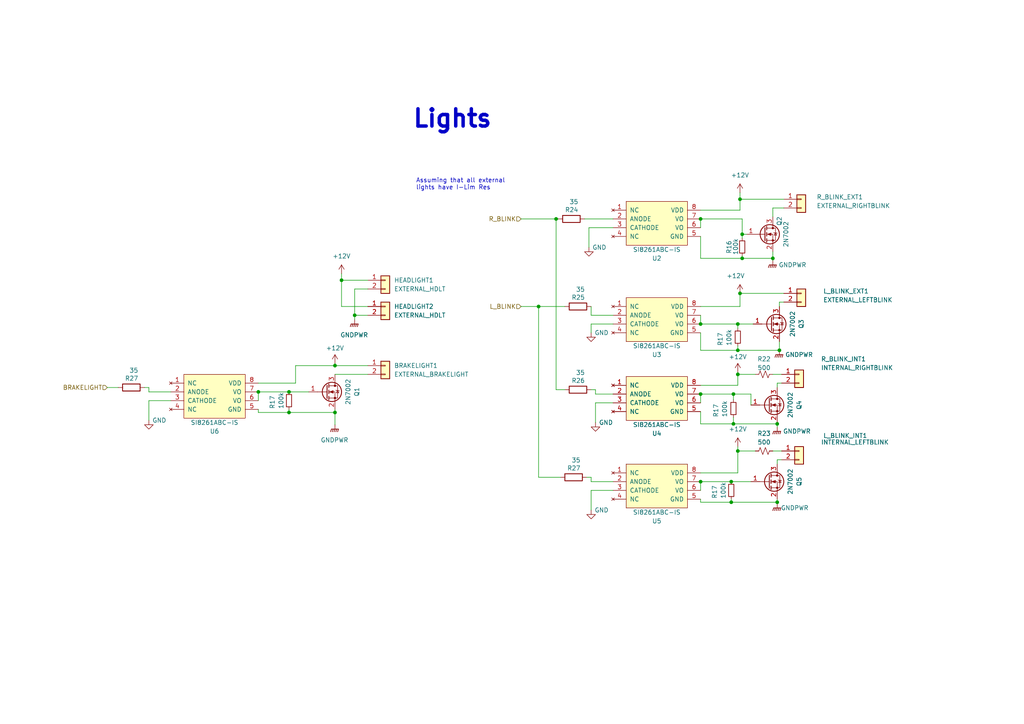
<source format=kicad_sch>
(kicad_sch (version 20230121) (generator eeschema)

  (uuid 59d96712-1eb1-4501-bf99-c33b5576da5d)

  (paper "A4")

  (lib_symbols
    (symbol "Connector_Generic:Conn_01x02" (pin_names (offset 1.016) hide) (in_bom yes) (on_board yes)
      (property "Reference" "J" (at 0 2.54 0)
        (effects (font (size 1.27 1.27)))
      )
      (property "Value" "Conn_01x02" (at 0 -5.08 0)
        (effects (font (size 1.27 1.27)))
      )
      (property "Footprint" "" (at 0 0 0)
        (effects (font (size 1.27 1.27)) hide)
      )
      (property "Datasheet" "~" (at 0 0 0)
        (effects (font (size 1.27 1.27)) hide)
      )
      (property "ki_keywords" "connector" (at 0 0 0)
        (effects (font (size 1.27 1.27)) hide)
      )
      (property "ki_description" "Generic connector, single row, 01x02, script generated (kicad-library-utils/schlib/autogen/connector/)" (at 0 0 0)
        (effects (font (size 1.27 1.27)) hide)
      )
      (property "ki_fp_filters" "Connector*:*_1x??_*" (at 0 0 0)
        (effects (font (size 1.27 1.27)) hide)
      )
      (symbol "Conn_01x02_1_1"
        (rectangle (start -1.27 -2.413) (end 0 -2.667)
          (stroke (width 0.1524) (type default))
          (fill (type none))
        )
        (rectangle (start -1.27 0.127) (end 0 -0.127)
          (stroke (width 0.1524) (type default))
          (fill (type none))
        )
        (rectangle (start -1.27 1.27) (end 1.27 -3.81)
          (stroke (width 0.254) (type default))
          (fill (type background))
        )
        (pin passive line (at -5.08 0 0) (length 3.81)
          (name "Pin_1" (effects (font (size 1.27 1.27))))
          (number "1" (effects (font (size 1.27 1.27))))
        )
        (pin passive line (at -5.08 -2.54 0) (length 3.81)
          (name "Pin_2" (effects (font (size 1.27 1.27))))
          (number "2" (effects (font (size 1.27 1.27))))
        )
      )
    )
    (symbol "Device:R" (pin_numbers hide) (pin_names (offset 0)) (in_bom yes) (on_board yes)
      (property "Reference" "R" (at 2.032 0 90)
        (effects (font (size 1.27 1.27)))
      )
      (property "Value" "R" (at 0 0 90)
        (effects (font (size 1.27 1.27)))
      )
      (property "Footprint" "" (at -1.778 0 90)
        (effects (font (size 1.27 1.27)) hide)
      )
      (property "Datasheet" "~" (at 0 0 0)
        (effects (font (size 1.27 1.27)) hide)
      )
      (property "ki_keywords" "R res resistor" (at 0 0 0)
        (effects (font (size 1.27 1.27)) hide)
      )
      (property "ki_description" "Resistor" (at 0 0 0)
        (effects (font (size 1.27 1.27)) hide)
      )
      (property "ki_fp_filters" "R_*" (at 0 0 0)
        (effects (font (size 1.27 1.27)) hide)
      )
      (symbol "R_0_1"
        (rectangle (start -1.016 -2.54) (end 1.016 2.54)
          (stroke (width 0.254) (type default))
          (fill (type none))
        )
      )
      (symbol "R_1_1"
        (pin passive line (at 0 3.81 270) (length 1.27)
          (name "~" (effects (font (size 1.27 1.27))))
          (number "1" (effects (font (size 1.27 1.27))))
        )
        (pin passive line (at 0 -3.81 90) (length 1.27)
          (name "~" (effects (font (size 1.27 1.27))))
          (number "2" (effects (font (size 1.27 1.27))))
        )
      )
    )
    (symbol "Device:R_Small" (pin_numbers hide) (pin_names (offset 0.254) hide) (in_bom yes) (on_board yes)
      (property "Reference" "R" (at 0.762 0.508 0)
        (effects (font (size 1.27 1.27)) (justify left))
      )
      (property "Value" "R_Small" (at 0.762 -1.016 0)
        (effects (font (size 1.27 1.27)) (justify left))
      )
      (property "Footprint" "" (at 0 0 0)
        (effects (font (size 1.27 1.27)) hide)
      )
      (property "Datasheet" "~" (at 0 0 0)
        (effects (font (size 1.27 1.27)) hide)
      )
      (property "ki_keywords" "R resistor" (at 0 0 0)
        (effects (font (size 1.27 1.27)) hide)
      )
      (property "ki_description" "Resistor, small symbol" (at 0 0 0)
        (effects (font (size 1.27 1.27)) hide)
      )
      (property "ki_fp_filters" "R_*" (at 0 0 0)
        (effects (font (size 1.27 1.27)) hide)
      )
      (symbol "R_Small_0_1"
        (rectangle (start -0.762 1.778) (end 0.762 -1.778)
          (stroke (width 0.2032) (type default))
          (fill (type none))
        )
      )
      (symbol "R_Small_1_1"
        (pin passive line (at 0 2.54 270) (length 0.762)
          (name "~" (effects (font (size 1.27 1.27))))
          (number "1" (effects (font (size 1.27 1.27))))
        )
        (pin passive line (at 0 -2.54 90) (length 0.762)
          (name "~" (effects (font (size 1.27 1.27))))
          (number "2" (effects (font (size 1.27 1.27))))
        )
      )
    )
    (symbol "Device:R_Small_US" (pin_numbers hide) (pin_names (offset 0.254) hide) (in_bom yes) (on_board yes)
      (property "Reference" "R" (at 0.762 0.508 0)
        (effects (font (size 1.27 1.27)) (justify left))
      )
      (property "Value" "R_Small_US" (at 0.762 -1.016 0)
        (effects (font (size 1.27 1.27)) (justify left))
      )
      (property "Footprint" "" (at 0 0 0)
        (effects (font (size 1.27 1.27)) hide)
      )
      (property "Datasheet" "~" (at 0 0 0)
        (effects (font (size 1.27 1.27)) hide)
      )
      (property "ki_keywords" "r resistor" (at 0 0 0)
        (effects (font (size 1.27 1.27)) hide)
      )
      (property "ki_description" "Resistor, small US symbol" (at 0 0 0)
        (effects (font (size 1.27 1.27)) hide)
      )
      (property "ki_fp_filters" "R_*" (at 0 0 0)
        (effects (font (size 1.27 1.27)) hide)
      )
      (symbol "R_Small_US_1_1"
        (polyline
          (pts
            (xy 0 0)
            (xy 1.016 -0.381)
            (xy 0 -0.762)
            (xy -1.016 -1.143)
            (xy 0 -1.524)
          )
          (stroke (width 0) (type default))
          (fill (type none))
        )
        (polyline
          (pts
            (xy 0 1.524)
            (xy 1.016 1.143)
            (xy 0 0.762)
            (xy -1.016 0.381)
            (xy 0 0)
          )
          (stroke (width 0) (type default))
          (fill (type none))
        )
        (pin passive line (at 0 2.54 270) (length 1.016)
          (name "~" (effects (font (size 1.27 1.27))))
          (number "1" (effects (font (size 1.27 1.27))))
        )
        (pin passive line (at 0 -2.54 90) (length 1.016)
          (name "~" (effects (font (size 1.27 1.27))))
          (number "2" (effects (font (size 1.27 1.27))))
        )
      )
    )
    (symbol "Transistor_FET:2N7002" (pin_names hide) (in_bom yes) (on_board yes)
      (property "Reference" "Q" (at 5.08 1.905 0)
        (effects (font (size 1.27 1.27)) (justify left))
      )
      (property "Value" "2N7002" (at 5.08 0 0)
        (effects (font (size 1.27 1.27)) (justify left))
      )
      (property "Footprint" "Package_TO_SOT_SMD:SOT-23" (at 5.08 -1.905 0)
        (effects (font (size 1.27 1.27) italic) (justify left) hide)
      )
      (property "Datasheet" "https://www.onsemi.com/pub/Collateral/NDS7002A-D.PDF" (at 0 0 0)
        (effects (font (size 1.27 1.27)) (justify left) hide)
      )
      (property "ki_keywords" "N-Channel Switching MOSFET" (at 0 0 0)
        (effects (font (size 1.27 1.27)) hide)
      )
      (property "ki_description" "0.115A Id, 60V Vds, N-Channel MOSFET, SOT-23" (at 0 0 0)
        (effects (font (size 1.27 1.27)) hide)
      )
      (property "ki_fp_filters" "SOT?23*" (at 0 0 0)
        (effects (font (size 1.27 1.27)) hide)
      )
      (symbol "2N7002_0_1"
        (polyline
          (pts
            (xy 0.254 0)
            (xy -2.54 0)
          )
          (stroke (width 0) (type default))
          (fill (type none))
        )
        (polyline
          (pts
            (xy 0.254 1.905)
            (xy 0.254 -1.905)
          )
          (stroke (width 0.254) (type default))
          (fill (type none))
        )
        (polyline
          (pts
            (xy 0.762 -1.27)
            (xy 0.762 -2.286)
          )
          (stroke (width 0.254) (type default))
          (fill (type none))
        )
        (polyline
          (pts
            (xy 0.762 0.508)
            (xy 0.762 -0.508)
          )
          (stroke (width 0.254) (type default))
          (fill (type none))
        )
        (polyline
          (pts
            (xy 0.762 2.286)
            (xy 0.762 1.27)
          )
          (stroke (width 0.254) (type default))
          (fill (type none))
        )
        (polyline
          (pts
            (xy 2.54 2.54)
            (xy 2.54 1.778)
          )
          (stroke (width 0) (type default))
          (fill (type none))
        )
        (polyline
          (pts
            (xy 2.54 -2.54)
            (xy 2.54 0)
            (xy 0.762 0)
          )
          (stroke (width 0) (type default))
          (fill (type none))
        )
        (polyline
          (pts
            (xy 0.762 -1.778)
            (xy 3.302 -1.778)
            (xy 3.302 1.778)
            (xy 0.762 1.778)
          )
          (stroke (width 0) (type default))
          (fill (type none))
        )
        (polyline
          (pts
            (xy 1.016 0)
            (xy 2.032 0.381)
            (xy 2.032 -0.381)
            (xy 1.016 0)
          )
          (stroke (width 0) (type default))
          (fill (type outline))
        )
        (polyline
          (pts
            (xy 2.794 0.508)
            (xy 2.921 0.381)
            (xy 3.683 0.381)
            (xy 3.81 0.254)
          )
          (stroke (width 0) (type default))
          (fill (type none))
        )
        (polyline
          (pts
            (xy 3.302 0.381)
            (xy 2.921 -0.254)
            (xy 3.683 -0.254)
            (xy 3.302 0.381)
          )
          (stroke (width 0) (type default))
          (fill (type none))
        )
        (circle (center 1.651 0) (radius 2.794)
          (stroke (width 0.254) (type default))
          (fill (type none))
        )
        (circle (center 2.54 -1.778) (radius 0.254)
          (stroke (width 0) (type default))
          (fill (type outline))
        )
        (circle (center 2.54 1.778) (radius 0.254)
          (stroke (width 0) (type default))
          (fill (type outline))
        )
      )
      (symbol "2N7002_1_1"
        (pin input line (at -5.08 0 0) (length 2.54)
          (name "G" (effects (font (size 1.27 1.27))))
          (number "1" (effects (font (size 1.27 1.27))))
        )
        (pin passive line (at 2.54 -5.08 90) (length 2.54)
          (name "S" (effects (font (size 1.27 1.27))))
          (number "2" (effects (font (size 1.27 1.27))))
        )
        (pin passive line (at 2.54 5.08 270) (length 2.54)
          (name "D" (effects (font (size 1.27 1.27))))
          (number "3" (effects (font (size 1.27 1.27))))
        )
      )
    )
    (symbol "power:+12V" (power) (pin_names (offset 0)) (in_bom yes) (on_board yes)
      (property "Reference" "#PWR" (at 0 -3.81 0)
        (effects (font (size 1.27 1.27)) hide)
      )
      (property "Value" "+12V" (at 0 3.556 0)
        (effects (font (size 1.27 1.27)))
      )
      (property "Footprint" "" (at 0 0 0)
        (effects (font (size 1.27 1.27)) hide)
      )
      (property "Datasheet" "" (at 0 0 0)
        (effects (font (size 1.27 1.27)) hide)
      )
      (property "ki_keywords" "power-flag" (at 0 0 0)
        (effects (font (size 1.27 1.27)) hide)
      )
      (property "ki_description" "Power symbol creates a global label with name \"+12V\"" (at 0 0 0)
        (effects (font (size 1.27 1.27)) hide)
      )
      (symbol "+12V_0_1"
        (polyline
          (pts
            (xy -0.762 1.27)
            (xy 0 2.54)
          )
          (stroke (width 0) (type default))
          (fill (type none))
        )
        (polyline
          (pts
            (xy 0 0)
            (xy 0 2.54)
          )
          (stroke (width 0) (type default))
          (fill (type none))
        )
        (polyline
          (pts
            (xy 0 2.54)
            (xy 0.762 1.27)
          )
          (stroke (width 0) (type default))
          (fill (type none))
        )
      )
      (symbol "+12V_1_1"
        (pin power_in line (at 0 0 90) (length 0) hide
          (name "+12V" (effects (font (size 1.27 1.27))))
          (number "1" (effects (font (size 1.27 1.27))))
        )
      )
    )
    (symbol "power:GND" (power) (pin_names (offset 0)) (in_bom yes) (on_board yes)
      (property "Reference" "#PWR" (at 0 -6.35 0)
        (effects (font (size 1.27 1.27)) hide)
      )
      (property "Value" "GND" (at 0 -3.81 0)
        (effects (font (size 1.27 1.27)))
      )
      (property "Footprint" "" (at 0 0 0)
        (effects (font (size 1.27 1.27)) hide)
      )
      (property "Datasheet" "" (at 0 0 0)
        (effects (font (size 1.27 1.27)) hide)
      )
      (property "ki_keywords" "power-flag" (at 0 0 0)
        (effects (font (size 1.27 1.27)) hide)
      )
      (property "ki_description" "Power symbol creates a global label with name \"GND\" , ground" (at 0 0 0)
        (effects (font (size 1.27 1.27)) hide)
      )
      (symbol "GND_0_1"
        (polyline
          (pts
            (xy 0 0)
            (xy 0 -1.27)
            (xy 1.27 -1.27)
            (xy 0 -2.54)
            (xy -1.27 -1.27)
            (xy 0 -1.27)
          )
          (stroke (width 0) (type default))
          (fill (type none))
        )
      )
      (symbol "GND_1_1"
        (pin power_in line (at 0 0 270) (length 0) hide
          (name "GND" (effects (font (size 1.27 1.27))))
          (number "1" (effects (font (size 1.27 1.27))))
        )
      )
    )
    (symbol "power:GNDPWR" (power) (pin_names (offset 0)) (in_bom yes) (on_board yes)
      (property "Reference" "#PWR" (at 0 -5.08 0)
        (effects (font (size 1.27 1.27)) hide)
      )
      (property "Value" "GNDPWR" (at 0 -3.302 0)
        (effects (font (size 1.27 1.27)))
      )
      (property "Footprint" "" (at 0 -1.27 0)
        (effects (font (size 1.27 1.27)) hide)
      )
      (property "Datasheet" "" (at 0 -1.27 0)
        (effects (font (size 1.27 1.27)) hide)
      )
      (property "ki_keywords" "power-flag" (at 0 0 0)
        (effects (font (size 1.27 1.27)) hide)
      )
      (property "ki_description" "Power symbol creates a global label with name \"GNDPWR\" , power ground" (at 0 0 0)
        (effects (font (size 1.27 1.27)) hide)
      )
      (symbol "GNDPWR_0_1"
        (polyline
          (pts
            (xy 0 -1.27)
            (xy 0 0)
          )
          (stroke (width 0) (type default))
          (fill (type none))
        )
        (polyline
          (pts
            (xy -1.016 -1.27)
            (xy -1.27 -2.032)
            (xy -1.27 -2.032)
          )
          (stroke (width 0.2032) (type default))
          (fill (type none))
        )
        (polyline
          (pts
            (xy -0.508 -1.27)
            (xy -0.762 -2.032)
            (xy -0.762 -2.032)
          )
          (stroke (width 0.2032) (type default))
          (fill (type none))
        )
        (polyline
          (pts
            (xy 0 -1.27)
            (xy -0.254 -2.032)
            (xy -0.254 -2.032)
          )
          (stroke (width 0.2032) (type default))
          (fill (type none))
        )
        (polyline
          (pts
            (xy 0.508 -1.27)
            (xy 0.254 -2.032)
            (xy 0.254 -2.032)
          )
          (stroke (width 0.2032) (type default))
          (fill (type none))
        )
        (polyline
          (pts
            (xy 1.016 -1.27)
            (xy -1.016 -1.27)
            (xy -1.016 -1.27)
          )
          (stroke (width 0.2032) (type default))
          (fill (type none))
        )
        (polyline
          (pts
            (xy 1.016 -1.27)
            (xy 0.762 -2.032)
            (xy 0.762 -2.032)
            (xy 0.762 -2.032)
          )
          (stroke (width 0.2032) (type default))
          (fill (type none))
        )
      )
      (symbol "GNDPWR_1_1"
        (pin power_in line (at 0 0 270) (length 0) hide
          (name "GNDPWR" (effects (font (size 1.27 1.27))))
          (number "1" (effects (font (size 1.27 1.27))))
        )
      )
    )
    (symbol "utsvt-bps:SI8261ABC-IS" (pin_names (offset 1.016)) (in_bom yes) (on_board yes)
      (property "Reference" "U" (at 0 3.81 0)
        (effects (font (size 1.27 1.27)))
      )
      (property "Value" "SI8261ABC-IS" (at 0 1.27 0)
        (effects (font (size 1.27 1.27)))
      )
      (property "Footprint" "Package_SO:SOIC-8_3.9x4.9mm_P1.27mm" (at 0 0 0)
        (effects (font (size 1.27 1.27)) hide)
      )
      (property "Datasheet" "https://www.silabs.com/documents/public/data-sheets/Si826x.pdf" (at 0 0 0)
        (effects (font (size 1.27 1.27)) hide)
      )
      (property "Vf" "2.2V" (at 0 0 0)
        (effects (font (size 1.27 1.27)) hide)
      )
      (property "If" "6mA" (at 0 0 0)
        (effects (font (size 1.27 1.27)) hide)
      )
      (property "ki_keywords" "isolator, gate, driver" (at 0 0 0)
        (effects (font (size 1.27 1.27)) hide)
      )
      (property "ki_description" "Isolated Gate Driver, 8-pin" (at 0 0 0)
        (effects (font (size 1.27 1.27)) hide)
      )
      (symbol "SI8261ABC-IS_0_1"
        (rectangle (start -8.89 0) (end 8.89 -12.7)
          (stroke (width 0) (type default))
          (fill (type background))
        )
      )
      (symbol "SI8261ABC-IS_1_1"
        (pin no_connect line (at -12.7 -2.54 0) (length 3.81)
          (name "NC" (effects (font (size 1.27 1.27))))
          (number "1" (effects (font (size 1.27 1.27))))
        )
        (pin input line (at -12.7 -5.08 0) (length 3.81)
          (name "ANODE" (effects (font (size 1.27 1.27))))
          (number "2" (effects (font (size 1.27 1.27))))
        )
        (pin input line (at -12.7 -7.62 0) (length 3.81)
          (name "CATHODE" (effects (font (size 1.27 1.27))))
          (number "3" (effects (font (size 1.27 1.27))))
        )
        (pin no_connect line (at -12.7 -10.16 0) (length 3.81)
          (name "NC" (effects (font (size 1.27 1.27))))
          (number "4" (effects (font (size 1.27 1.27))))
        )
        (pin power_in line (at 12.7 -10.16 180) (length 3.81)
          (name "GND" (effects (font (size 1.27 1.27))))
          (number "5" (effects (font (size 1.27 1.27))))
        )
        (pin output line (at 12.7 -7.62 180) (length 3.81)
          (name "VO" (effects (font (size 1.27 1.27))))
          (number "6" (effects (font (size 1.27 1.27))))
        )
        (pin output line (at 12.7 -5.08 180) (length 3.81)
          (name "VO" (effects (font (size 1.27 1.27))))
          (number "7" (effects (font (size 1.27 1.27))))
        )
        (pin power_in line (at 12.7 -2.54 180) (length 3.81)
          (name "VDD" (effects (font (size 1.27 1.27))))
          (number "8" (effects (font (size 1.27 1.27))))
        )
      )
    )
  )

  (junction (at 102.87 91.44) (diameter 0) (color 0 0 0 0)
    (uuid 1198273e-1694-485f-84bb-645b5c888068)
  )
  (junction (at 203.2 139.7) (diameter 0) (color 0 0 0 0)
    (uuid 151bd333-633b-42f9-9a61-ad32043f68f3)
  )
  (junction (at 203.2 114.3) (diameter 0) (color 0 0 0 0)
    (uuid 25a32d2c-7991-4beb-9049-be11230fb690)
  )
  (junction (at 83.82 113.665) (diameter 0) (color 0 0 0 0)
    (uuid 293a7acf-8a03-4bbc-86be-bdea5703c55e)
  )
  (junction (at 213.995 101.6) (diameter 0) (color 0 0 0 0)
    (uuid 2afe4637-ec35-4c86-8b47-043609f8246b)
  )
  (junction (at 161.29 63.5) (diameter 0) (color 0 0 0 0)
    (uuid 385b12e7-c474-4a71-998d-97bb83078a62)
  )
  (junction (at 225.425 122.936) (diameter 0) (color 0 0 0 0)
    (uuid 38e58e14-c01d-4e5f-ae7f-a86f0c8a875f)
  )
  (junction (at 97.155 106.045) (diameter 0) (color 0 0 0 0)
    (uuid 3d4878cd-098b-4e98-9532-2434b39410f0)
  )
  (junction (at 203.2 93.98) (diameter 0) (color 0 0 0 0)
    (uuid 476a13a1-1059-425b-96b2-fff8df8a7868)
  )
  (junction (at 213.995 130.81) (diameter 0) (color 0 0 0 0)
    (uuid 6133326c-b220-472a-8f24-36cc54f7a1a7)
  )
  (junction (at 226.06 101.6) (diameter 0) (color 0 0 0 0)
    (uuid 75707055-d548-4c83-99e8-f6f0505a20a2)
  )
  (junction (at 213.995 93.98) (diameter 0) (color 0 0 0 0)
    (uuid 917e478e-9ca8-43ba-a090-c442001c41b3)
  )
  (junction (at 212.725 114.3) (diameter 0) (color 0 0 0 0)
    (uuid 92db06cc-3788-4daf-80be-ca97c77c9fe3)
  )
  (junction (at 214.63 57.785) (diameter 0) (color 0 0 0 0)
    (uuid 970cca4b-809f-4886-9208-14647dc7170f)
  )
  (junction (at 203.2 63.5) (diameter 0) (color 0 0 0 0)
    (uuid 9d5f5949-2f8e-4a2a-b46c-78ac99ad0fae)
  )
  (junction (at 215.265 74.93) (diameter 0) (color 0 0 0 0)
    (uuid b1169815-6b3a-4cf0-97a7-bbb1685e7878)
  )
  (junction (at 83.82 119.634) (diameter 0) (color 0 0 0 0)
    (uuid b40c679a-3514-4e56-afba-a69956a26538)
  )
  (junction (at 212.09 139.7) (diameter 0) (color 0 0 0 0)
    (uuid b478f036-972b-48cd-94be-f8f9ad9a10f1)
  )
  (junction (at 225.425 145.669) (diameter 0) (color 0 0 0 0)
    (uuid b8e6bb24-0318-4d59-9201-3c90b4b23a25)
  )
  (junction (at 156.21 88.9) (diameter 0) (color 0 0 0 0)
    (uuid c083efd6-c98c-466f-8d11-63015114d526)
  )
  (junction (at 224.155 74.93) (diameter 0) (color 0 0 0 0)
    (uuid c84b42bf-09bc-47fd-88bb-f5c15691d8b6)
  )
  (junction (at 74.93 113.665) (diameter 0) (color 0 0 0 0)
    (uuid cf7461e7-96f6-462f-9a16-38b02f2c399e)
  )
  (junction (at 99.06 81.28) (diameter 0) (color 0 0 0 0)
    (uuid cff91fa7-1900-472f-8e64-f1b57ac1af76)
  )
  (junction (at 215.265 67.945) (diameter 0) (color 0 0 0 0)
    (uuid e2c3cc89-b05d-49a3-86d7-c180c97ff891)
  )
  (junction (at 212.725 122.936) (diameter 0) (color 0 0 0 0)
    (uuid e454f341-31ca-4eef-b12f-1066f25944f4)
  )
  (junction (at 214.63 85.09) (diameter 0) (color 0 0 0 0)
    (uuid e6d399c6-8a41-47ea-b4c9-f64d2cd38342)
  )
  (junction (at 213.995 108.585) (diameter 0) (color 0 0 0 0)
    (uuid ebb4b27a-7963-4f56-9623-6a335ca426d7)
  )
  (junction (at 97.155 119.634) (diameter 0) (color 0 0 0 0)
    (uuid fa4027d6-0947-44b6-9ef3-a581ca5ed9ac)
  )
  (junction (at 212.09 145.669) (diameter 0) (color 0 0 0 0)
    (uuid fecf2448-a036-490e-a2bd-8a1d0516d8a5)
  )

  (wire (pts (xy 215.265 74.93) (xy 224.155 74.93))
    (stroke (width 0) (type default))
    (uuid 02355e59-a07b-4789-868d-c1d3e48560e1)
  )
  (wire (pts (xy 161.29 63.5) (xy 161.29 113.03))
    (stroke (width 0) (type default))
    (uuid 0a29f09d-57d9-4a59-bef9-1c234d26b831)
  )
  (wire (pts (xy 171.45 142.24) (xy 171.45 147.955))
    (stroke (width 0) (type default))
    (uuid 0edcb680-7172-4f59-9fcf-b536e6ca56fe)
  )
  (wire (pts (xy 172.72 114.3) (xy 172.72 113.03))
    (stroke (width 0) (type default))
    (uuid 0f6377b2-8a40-4009-967e-1334a97393cc)
  )
  (wire (pts (xy 97.155 119.634) (xy 97.155 123.19))
    (stroke (width 0) (type default))
    (uuid 100ca87b-edd6-4dd5-b20d-29128701a770)
  )
  (wire (pts (xy 212.725 114.3) (xy 217.805 114.3))
    (stroke (width 0) (type default))
    (uuid 12cf2d7a-817e-4f71-9c09-93ea7eb739c4)
  )
  (wire (pts (xy 85.725 111.125) (xy 85.725 106.045))
    (stroke (width 0) (type default))
    (uuid 1384ae9e-8055-48ab-a155-fe4a0a8b443e)
  )
  (wire (pts (xy 172.72 116.84) (xy 177.8 116.84))
    (stroke (width 0) (type default))
    (uuid 1462d9a8-81bd-4089-b999-04ca5bb4256b)
  )
  (wire (pts (xy 215.265 67.945) (xy 216.535 67.945))
    (stroke (width 0) (type default))
    (uuid 149533d4-5303-44d9-aa2f-7b5549d3fe33)
  )
  (wire (pts (xy 156.21 88.9) (xy 163.83 88.9))
    (stroke (width 0) (type default))
    (uuid 158cee8e-dc2a-42e5-ac41-18bd7aa99136)
  )
  (wire (pts (xy 106.68 83.82) (xy 102.87 83.82))
    (stroke (width 0) (type default))
    (uuid 15c316a9-57cd-4180-a995-2bc286404322)
  )
  (wire (pts (xy 203.2 66.04) (xy 203.2 63.5))
    (stroke (width 0) (type default))
    (uuid 15de299e-8964-4bcd-8ba2-3d4802feb490)
  )
  (wire (pts (xy 74.93 113.665) (xy 83.82 113.665))
    (stroke (width 0) (type default))
    (uuid 16307cda-f6a1-4248-9a9c-b1106a2cbfd6)
  )
  (wire (pts (xy 171.45 113.03) (xy 172.72 113.03))
    (stroke (width 0) (type default))
    (uuid 16e69bfa-c419-454a-b3b3-95efe9c9a5e3)
  )
  (wire (pts (xy 214.63 85.09) (xy 227.33 85.09))
    (stroke (width 0) (type default))
    (uuid 17cc1306-31ea-497f-aa99-d5b35c971cdf)
  )
  (wire (pts (xy 97.155 106.045) (xy 106.68 106.045))
    (stroke (width 0) (type default))
    (uuid 19c366b8-d43b-44f6-ad05-099d0bfb780a)
  )
  (wire (pts (xy 225.425 111.125) (xy 225.425 112.395))
    (stroke (width 0) (type default))
    (uuid 1a5c283c-12ac-47cb-aedb-6e4b3f0f8ceb)
  )
  (wire (pts (xy 102.87 92.71) (xy 102.87 91.44))
    (stroke (width 0) (type default))
    (uuid 1ac48edf-4912-43d4-928b-3c4a26020616)
  )
  (wire (pts (xy 203.2 96.52) (xy 203.2 101.6))
    (stroke (width 0) (type default))
    (uuid 2427d44b-c4b1-4684-aafc-d241514a5c68)
  )
  (wire (pts (xy 225.425 145.669) (xy 225.425 144.78))
    (stroke (width 0) (type default))
    (uuid 29ec0e87-3fc7-4ac8-94f0-a8aa8f3430bb)
  )
  (wire (pts (xy 225.425 122.936) (xy 225.425 123.825))
    (stroke (width 0) (type default))
    (uuid 2c8326b8-e6c6-484c-8d3f-b5396ef48dea)
  )
  (wire (pts (xy 203.2 114.3) (xy 212.725 114.3))
    (stroke (width 0) (type default))
    (uuid 2ce7ab6e-0967-4673-9b02-585fa411333e)
  )
  (wire (pts (xy 214.63 88.9) (xy 214.63 85.09))
    (stroke (width 0) (type default))
    (uuid 30a271ac-ea26-4ad8-a4f8-4a6a168f71d6)
  )
  (wire (pts (xy 203.2 68.58) (xy 203.2 74.93))
    (stroke (width 0) (type default))
    (uuid 312c053e-f66e-40bd-be5b-823ad2627e57)
  )
  (wire (pts (xy 171.45 139.7) (xy 171.45 138.43))
    (stroke (width 0) (type default))
    (uuid 319d59b6-d288-4cdb-a3e6-8b994f4ffec3)
  )
  (wire (pts (xy 171.45 96.52) (xy 171.45 93.98))
    (stroke (width 0) (type default))
    (uuid 31d57d8e-1b90-4ffd-a1ae-ad792a1f0289)
  )
  (wire (pts (xy 212.09 139.7) (xy 217.805 139.7))
    (stroke (width 0) (type default))
    (uuid 339e4178-031a-4c34-ac65-a8883d676a2b)
  )
  (wire (pts (xy 225.425 134.62) (xy 225.425 133.35))
    (stroke (width 0) (type default))
    (uuid 349b9638-de4a-4e30-a069-68cc1abc711a)
  )
  (wire (pts (xy 177.8 142.24) (xy 171.45 142.24))
    (stroke (width 0) (type default))
    (uuid 3b12459f-5ecb-45e2-818c-9ca56f96ba95)
  )
  (wire (pts (xy 203.2 88.9) (xy 214.63 88.9))
    (stroke (width 0) (type default))
    (uuid 3bc43ee3-5737-432a-a9b1-9d11476f8f0d)
  )
  (wire (pts (xy 224.155 60.325) (xy 224.155 62.865))
    (stroke (width 0) (type default))
    (uuid 4026e54e-7849-4c5c-b8d8-8b28a558cb71)
  )
  (wire (pts (xy 203.2 63.5) (xy 215.265 63.5))
    (stroke (width 0) (type default))
    (uuid 4643a1a4-9c50-4d3e-b720-f1bd1969b3f1)
  )
  (wire (pts (xy 203.2 74.93) (xy 215.265 74.93))
    (stroke (width 0) (type default))
    (uuid 46a6fd58-d97e-4397-9993-2ac464cfce42)
  )
  (wire (pts (xy 203.2 122.936) (xy 212.725 122.936))
    (stroke (width 0) (type default))
    (uuid 4d964e21-3756-48ea-8dcd-d3bbe0266c32)
  )
  (wire (pts (xy 213.995 130.81) (xy 213.995 137.16))
    (stroke (width 0) (type default))
    (uuid 4e2db01f-72cb-4c07-b082-4dc99415d74a)
  )
  (wire (pts (xy 43.18 116.205) (xy 43.18 121.92))
    (stroke (width 0) (type default))
    (uuid 508ede3f-66dd-4013-bebe-e67d03f0d0f6)
  )
  (wire (pts (xy 83.82 113.665) (xy 89.535 113.665))
    (stroke (width 0) (type default))
    (uuid 536c56c7-502c-43ff-935b-c73a1b5abca6)
  )
  (wire (pts (xy 83.82 119.634) (xy 83.82 118.745))
    (stroke (width 0) (type default))
    (uuid 537ead91-168f-4758-9e16-ba5e6a7c35c9)
  )
  (wire (pts (xy 213.995 108.585) (xy 219.075 108.585))
    (stroke (width 0) (type default))
    (uuid 59d7ae4b-9fee-4f90-8133-a8801fdb6e7d)
  )
  (wire (pts (xy 203.2 139.7) (xy 212.09 139.7))
    (stroke (width 0) (type default))
    (uuid 5a6da635-b9de-47ab-8cd6-7b60acf3c6e7)
  )
  (wire (pts (xy 224.155 130.81) (xy 226.695 130.81))
    (stroke (width 0) (type default))
    (uuid 5dd34d9b-9882-4bae-a4fc-557d6776d8b2)
  )
  (wire (pts (xy 49.53 116.205) (xy 43.18 116.205))
    (stroke (width 0) (type default))
    (uuid 62b625cc-74f3-46f9-a2a3-1320927f657d)
  )
  (wire (pts (xy 74.93 119.634) (xy 83.82 119.634))
    (stroke (width 0) (type default))
    (uuid 654c1cb6-02ae-47d1-aa67-2d7846ae4cd5)
  )
  (wire (pts (xy 170.815 66.04) (xy 170.815 71.755))
    (stroke (width 0) (type default))
    (uuid 6669ea83-9cf5-41be-aca6-12dc41f2f6c4)
  )
  (wire (pts (xy 212.725 121.031) (xy 212.725 122.936))
    (stroke (width 0) (type default))
    (uuid 6daf8c01-1c2a-4b9d-a92a-dbc2fae8a7a3)
  )
  (wire (pts (xy 203.2 93.98) (xy 203.2 91.44))
    (stroke (width 0) (type default))
    (uuid 6fcd88c4-9994-419a-a8f1-18c584131097)
  )
  (wire (pts (xy 203.2 145.669) (xy 212.09 145.669))
    (stroke (width 0) (type default))
    (uuid 7039afab-53d7-4f0a-a402-ac92027865d4)
  )
  (wire (pts (xy 203.2 119.38) (xy 203.2 122.936))
    (stroke (width 0) (type default))
    (uuid 72a0c67a-41c4-4fb1-b976-cf5f87f87562)
  )
  (wire (pts (xy 227.33 87.63) (xy 226.06 87.63))
    (stroke (width 0) (type default))
    (uuid 746d938d-1a64-4259-8b8d-53a698b1a01c)
  )
  (wire (pts (xy 214.63 55.88) (xy 214.63 57.785))
    (stroke (width 0) (type default))
    (uuid 7bbac539-b065-4d93-b776-c826fc584f83)
  )
  (wire (pts (xy 177.8 139.7) (xy 171.45 139.7))
    (stroke (width 0) (type default))
    (uuid 81632606-3e91-44ee-9860-aeb235d0505a)
  )
  (wire (pts (xy 85.725 106.045) (xy 97.155 106.045))
    (stroke (width 0) (type default))
    (uuid 8192c187-208b-420e-9c4e-57aafc2028e9)
  )
  (wire (pts (xy 171.45 93.98) (xy 177.8 93.98))
    (stroke (width 0) (type default))
    (uuid 84890bf3-c3e5-417c-ae3f-8f88399d56cc)
  )
  (wire (pts (xy 177.8 114.3) (xy 172.72 114.3))
    (stroke (width 0) (type default))
    (uuid 888d8666-cb85-49f9-a551-468f0caf616c)
  )
  (wire (pts (xy 214.63 57.785) (xy 227.33 57.785))
    (stroke (width 0) (type default))
    (uuid 8b2a3e05-4eb3-4685-80a7-c4e959057f1a)
  )
  (wire (pts (xy 83.82 119.634) (xy 97.155 119.634))
    (stroke (width 0) (type default))
    (uuid 91a0d344-da3c-4eff-ad49-c1c940bee952)
  )
  (wire (pts (xy 226.06 101.6) (xy 226.06 99.06))
    (stroke (width 0) (type default))
    (uuid 95100447-68d8-4d98-a862-038e8330c705)
  )
  (wire (pts (xy 169.545 63.5) (xy 177.8 63.5))
    (stroke (width 0) (type default))
    (uuid 9795c03c-39c7-4af9-bbab-16cbcaf9906a)
  )
  (wire (pts (xy 102.87 83.82) (xy 102.87 91.44))
    (stroke (width 0) (type default))
    (uuid 9b986e31-2279-44fe-a91b-f7f6d854a3da)
  )
  (wire (pts (xy 224.155 74.93) (xy 224.155 75.565))
    (stroke (width 0) (type default))
    (uuid 9c48626a-fbe5-48b8-9806-9ce7b14c10db)
  )
  (wire (pts (xy 212.09 145.669) (xy 225.425 145.669))
    (stroke (width 0) (type default))
    (uuid 9e228987-e555-4654-9b27-52ea4b0e6666)
  )
  (wire (pts (xy 203.2 93.98) (xy 213.995 93.98))
    (stroke (width 0) (type default))
    (uuid 9f609ba0-bc3b-4a21-b120-e6c1baa639da)
  )
  (wire (pts (xy 74.93 119.634) (xy 74.93 118.745))
    (stroke (width 0) (type default))
    (uuid a1b25484-96d5-4a6c-8b0b-a1004c934605)
  )
  (wire (pts (xy 161.29 113.03) (xy 163.83 113.03))
    (stroke (width 0) (type default))
    (uuid a33000e9-6e41-4f31-a0b7-7aa953b5ab9d)
  )
  (wire (pts (xy 203.2 145.669) (xy 203.2 144.78))
    (stroke (width 0) (type default))
    (uuid a62f36bb-82f9-4915-aba8-e1aebf101d8f)
  )
  (wire (pts (xy 177.8 91.44) (xy 171.45 91.44))
    (stroke (width 0) (type default))
    (uuid a79d69b1-ed3e-41c1-b7ad-db2eb315ea50)
  )
  (wire (pts (xy 99.06 79.375) (xy 99.06 81.28))
    (stroke (width 0) (type default))
    (uuid a8d11a79-f506-40d6-a9d3-48567f3c4b8e)
  )
  (wire (pts (xy 213.995 93.98) (xy 213.995 95.25))
    (stroke (width 0) (type default))
    (uuid aa73bea1-9024-4fae-8709-1c0db069a7d6)
  )
  (wire (pts (xy 151.13 88.9) (xy 156.21 88.9))
    (stroke (width 0) (type default))
    (uuid aa8e3ca0-cbc7-4d1a-a72a-f9e8672444fe)
  )
  (wire (pts (xy 203.2 139.7) (xy 203.2 142.24))
    (stroke (width 0) (type default))
    (uuid ac194f9d-01cd-4cee-84fa-061ab26be774)
  )
  (wire (pts (xy 43.18 113.665) (xy 43.18 112.395))
    (stroke (width 0) (type default))
    (uuid aecfaf13-c2b7-4bed-ac71-38ac6700278e)
  )
  (wire (pts (xy 41.91 112.395) (xy 43.18 112.395))
    (stroke (width 0) (type default))
    (uuid af79deaf-a9d3-4c70-be93-2a592b944445)
  )
  (wire (pts (xy 170.815 66.04) (xy 177.8 66.04))
    (stroke (width 0) (type default))
    (uuid b28af1f8-1cc1-49b3-ac02-8f3ae46c8b40)
  )
  (wire (pts (xy 215.265 63.5) (xy 215.265 67.945))
    (stroke (width 0) (type default))
    (uuid b296baca-9cdc-4422-9538-c50d91049a77)
  )
  (wire (pts (xy 151.13 63.5) (xy 161.29 63.5))
    (stroke (width 0) (type default))
    (uuid b7e46be9-2c14-477c-83b7-96dd1ccee093)
  )
  (wire (pts (xy 203.2 111.76) (xy 213.995 111.76))
    (stroke (width 0) (type default))
    (uuid ba256603-8fff-4995-b52c-498cc578ff28)
  )
  (wire (pts (xy 97.155 108.585) (xy 106.68 108.585))
    (stroke (width 0) (type default))
    (uuid bca69a3e-7146-4a36-add6-3276ca5f1331)
  )
  (wire (pts (xy 212.09 145.669) (xy 212.09 144.78))
    (stroke (width 0) (type default))
    (uuid bf9110c1-4261-40f9-8ad7-3eec0188a07e)
  )
  (wire (pts (xy 106.68 81.28) (xy 99.06 81.28))
    (stroke (width 0) (type default))
    (uuid c6614b00-5275-4013-a609-da9f007dce52)
  )
  (wire (pts (xy 224.155 108.585) (xy 226.695 108.585))
    (stroke (width 0) (type default))
    (uuid c7938c16-b222-481a-b6e4-6999057c9ea8)
  )
  (wire (pts (xy 31.115 112.395) (xy 34.29 112.395))
    (stroke (width 0) (type default))
    (uuid c92f89eb-f4bb-46e1-8cf4-afaff2e83db3)
  )
  (wire (pts (xy 203.2 116.84) (xy 203.2 114.3))
    (stroke (width 0) (type default))
    (uuid c9e79e11-135a-4ca2-ba27-827c4ae89595)
  )
  (wire (pts (xy 225.425 145.669) (xy 225.425 146.05))
    (stroke (width 0) (type default))
    (uuid ca3cf92e-3eaa-4803-9d71-6e93a1c53e40)
  )
  (wire (pts (xy 49.53 113.665) (xy 43.18 113.665))
    (stroke (width 0) (type default))
    (uuid ca85c160-8867-42f4-9565-425b45ee475e)
  )
  (wire (pts (xy 203.2 101.6) (xy 213.995 101.6))
    (stroke (width 0) (type default))
    (uuid cdab73a7-df9e-4476-a271-f924c087b1e2)
  )
  (wire (pts (xy 212.725 122.936) (xy 225.425 122.936))
    (stroke (width 0) (type default))
    (uuid cdfc77e0-2c2d-4c07-bf18-fb3d80511b6c)
  )
  (wire (pts (xy 215.265 67.945) (xy 215.265 69.088))
    (stroke (width 0) (type default))
    (uuid d14c8df9-24c2-43b7-9c78-ffcd33c5ff1d)
  )
  (wire (pts (xy 217.805 114.3) (xy 217.805 117.475))
    (stroke (width 0) (type default))
    (uuid d22bbedf-ac74-4b48-aa9a-ada2e89fa655)
  )
  (wire (pts (xy 225.425 122.555) (xy 225.425 122.936))
    (stroke (width 0) (type default))
    (uuid d2f1ab57-0909-4c4f-ae23-617fda959e00)
  )
  (wire (pts (xy 213.995 130.81) (xy 219.075 130.81))
    (stroke (width 0) (type default))
    (uuid d302a4c6-93f1-4181-b5fd-d715fbdb5316)
  )
  (wire (pts (xy 99.06 88.9) (xy 106.68 88.9))
    (stroke (width 0) (type default))
    (uuid d6e9367e-f7ea-46e0-a547-8282e3b21894)
  )
  (wire (pts (xy 99.06 81.28) (xy 99.06 88.9))
    (stroke (width 0) (type default))
    (uuid d70c406d-057b-45ec-8504-552cc708ba8d)
  )
  (wire (pts (xy 226.06 87.63) (xy 226.06 88.9))
    (stroke (width 0) (type default))
    (uuid d7b6eb23-897e-4504-a913-62daba12d0bc)
  )
  (wire (pts (xy 213.995 101.6) (xy 226.06 101.6))
    (stroke (width 0) (type default))
    (uuid d893ebbb-ce3e-499c-80ab-ea2bc14bcd60)
  )
  (wire (pts (xy 74.93 111.125) (xy 85.725 111.125))
    (stroke (width 0) (type default))
    (uuid d96eb273-1ea4-4e0b-a530-ca18f1cd3dd8)
  )
  (wire (pts (xy 214.63 60.96) (xy 214.63 57.785))
    (stroke (width 0) (type default))
    (uuid d9e2b58e-b9db-4edf-aa5c-65c6f40fc28c)
  )
  (wire (pts (xy 224.155 60.325) (xy 227.33 60.325))
    (stroke (width 0) (type default))
    (uuid da067122-67c9-4978-bedb-161b3f4d71ba)
  )
  (wire (pts (xy 213.995 107.95) (xy 213.995 108.585))
    (stroke (width 0) (type default))
    (uuid da5e015e-529d-4412-a79f-fdbde7c53476)
  )
  (wire (pts (xy 203.2 60.96) (xy 214.63 60.96))
    (stroke (width 0) (type default))
    (uuid db787076-aae2-4b4f-95b2-6fc1010a13b3)
  )
  (wire (pts (xy 172.72 116.84) (xy 172.72 122.555))
    (stroke (width 0) (type default))
    (uuid e140385b-87e5-484d-bda6-6e8e73e1b01c)
  )
  (wire (pts (xy 213.995 100.33) (xy 213.995 101.6))
    (stroke (width 0) (type default))
    (uuid e27382ad-6ca5-4541-b155-898738c7b512)
  )
  (wire (pts (xy 97.155 118.745) (xy 97.155 119.634))
    (stroke (width 0) (type default))
    (uuid e460a7ac-9372-4fec-bece-0fb404a94ed5)
  )
  (wire (pts (xy 213.995 129.54) (xy 213.995 130.81))
    (stroke (width 0) (type default))
    (uuid e4a0c6ed-fe79-41ee-ab15-e63b0616e8f6)
  )
  (wire (pts (xy 171.45 91.44) (xy 171.45 88.9))
    (stroke (width 0) (type default))
    (uuid e666810b-6b99-4ab0-bf54-52e0804ce179)
  )
  (wire (pts (xy 224.155 73.025) (xy 224.155 74.93))
    (stroke (width 0) (type default))
    (uuid e8c0871e-961f-4a09-a5b5-fcc8c0333da4)
  )
  (wire (pts (xy 213.995 108.585) (xy 213.995 111.76))
    (stroke (width 0) (type default))
    (uuid e96aba61-2216-4d77-8f7e-516314ac4ed9)
  )
  (wire (pts (xy 213.995 93.98) (xy 218.44 93.98))
    (stroke (width 0) (type default))
    (uuid eb8338c6-6c3a-412c-8217-ab2466e1b0dd)
  )
  (wire (pts (xy 102.87 91.44) (xy 106.68 91.44))
    (stroke (width 0) (type default))
    (uuid ebd8dc6e-f7a1-4200-aa22-7af6e70faf60)
  )
  (wire (pts (xy 97.155 105.41) (xy 97.155 106.045))
    (stroke (width 0) (type default))
    (uuid ec41e264-cde6-45cc-af47-adcb962fb70e)
  )
  (wire (pts (xy 170.18 138.43) (xy 171.45 138.43))
    (stroke (width 0) (type default))
    (uuid eee4f775-74fb-472e-a7aa-9fe8c858aee3)
  )
  (wire (pts (xy 161.29 63.5) (xy 161.925 63.5))
    (stroke (width 0) (type default))
    (uuid ef97d698-85f1-4739-b504-d9754b1eabe3)
  )
  (wire (pts (xy 226.695 111.125) (xy 225.425 111.125))
    (stroke (width 0) (type default))
    (uuid f32b9ae1-52f3-44c3-8c8a-82784d3cf309)
  )
  (wire (pts (xy 215.265 74.168) (xy 215.265 74.93))
    (stroke (width 0) (type default))
    (uuid f5e44b00-8fcd-4997-918a-14753b09888e)
  )
  (wire (pts (xy 212.725 114.3) (xy 212.725 115.951))
    (stroke (width 0) (type default))
    (uuid f856aa6d-557a-483c-9469-39694b8f196e)
  )
  (wire (pts (xy 162.56 138.43) (xy 156.21 138.43))
    (stroke (width 0) (type default))
    (uuid f88480c6-d3bf-48a2-8637-0df58d318851)
  )
  (wire (pts (xy 225.425 133.35) (xy 226.695 133.35))
    (stroke (width 0) (type default))
    (uuid f8eb1f09-95f8-4d05-b625-acec5fc48227)
  )
  (wire (pts (xy 156.21 88.9) (xy 156.21 138.43))
    (stroke (width 0) (type default))
    (uuid f9f8fab9-ac38-42af-a94b-0b529e392700)
  )
  (wire (pts (xy 203.2 137.16) (xy 213.995 137.16))
    (stroke (width 0) (type default))
    (uuid fa192a78-65c4-48cb-9dde-628f3e1540ec)
  )
  (wire (pts (xy 74.93 113.665) (xy 74.93 116.205))
    (stroke (width 0) (type default))
    (uuid fbc361c5-5976-4c6a-be74-9485c18ec969)
  )

  (text "Lights" (at 119.38 37.465 0)
    (effects (font (size 5 5) (thickness 1) bold) (justify left bottom))
    (uuid 69e2621d-df19-4c10-9baf-f558cd352bf9)
  )
  (text "Assuming that all external \nlights have I-Lim Res" (at 120.65 55.245 0)
    (effects (font (size 1.27 1.27)) (justify left bottom))
    (uuid 8f14feea-43f6-47e9-9617-88801d5a4d81)
  )

  (hierarchical_label "L_BLINK" (shape input) (at 151.13 88.9 180) (fields_autoplaced)
    (effects (font (size 1.27 1.27)) (justify right))
    (uuid 07e12cb3-d462-40f4-aba3-dfff83339aa5)
  )
  (hierarchical_label "R_BLINK" (shape input) (at 151.13 63.5 180) (fields_autoplaced)
    (effects (font (size 1.27 1.27)) (justify right))
    (uuid 1babe75f-2d61-476b-a49f-2236f8466062)
  )
  (hierarchical_label "BRAKELIGHT" (shape input) (at 31.115 112.395 180) (fields_autoplaced)
    (effects (font (size 1.27 1.27)) (justify right))
    (uuid dc851c5a-8373-4de3-958d-2172c79602b9)
  )

  (symbol (lib_id "power:GNDPWR") (at 97.155 123.19 0) (unit 1)
    (in_bom yes) (on_board yes) (dnp no) (fields_autoplaced)
    (uuid 07d0701b-0a01-4657-acc3-d3d3786cae36)
    (property "Reference" "#PWR034" (at 97.155 128.27 0)
      (effects (font (size 1.27 1.27)) hide)
    )
    (property "Value" "GNDPWR" (at 97.028 127.635 0)
      (effects (font (size 1.27 1.27)))
    )
    (property "Footprint" "" (at 97.155 124.46 0)
      (effects (font (size 1.27 1.27)) hide)
    )
    (property "Datasheet" "" (at 97.155 124.46 0)
      (effects (font (size 1.27 1.27)) hide)
    )
    (pin "1" (uuid c7b1e916-81c6-4527-adbb-c5b99c9901e9))
    (instances
      (project "Controls-LightingPCB"
        (path "/229b82f0-5048-47d6-8bc8-0bcee42eb4bc"
          (reference "#PWR034") (unit 1)
        )
        (path "/229b82f0-5048-47d6-8bc8-0bcee42eb4bc/ceb5a95e-a274-4dea-8a59-96d1af6e854d"
          (reference "#PWR034") (unit 1)
        )
      )
    )
  )

  (symbol (lib_id "power:GND") (at 43.18 121.92 0) (unit 1)
    (in_bom yes) (on_board yes) (dnp no)
    (uuid 09f7752b-4cf7-491e-8d29-a72d356633d8)
    (property "Reference" "#PWR042" (at 43.18 128.27 0)
      (effects (font (size 1.27 1.27)) hide)
    )
    (property "Value" "GND" (at 48.26 121.92 0)
      (effects (font (size 1.27 1.27)) (justify right))
    )
    (property "Footprint" "" (at 43.18 121.92 0)
      (effects (font (size 1.27 1.27)) hide)
    )
    (property "Datasheet" "" (at 43.18 121.92 0)
      (effects (font (size 1.27 1.27)) hide)
    )
    (pin "1" (uuid 6718a3f3-21f9-4d8e-893e-3c3269e8b46d))
    (instances
      (project "Controls-LightingPCB"
        (path "/229b82f0-5048-47d6-8bc8-0bcee42eb4bc"
          (reference "#PWR042") (unit 1)
        )
        (path "/229b82f0-5048-47d6-8bc8-0bcee42eb4bc/ceb5a95e-a274-4dea-8a59-96d1af6e854d"
          (reference "#PWR019") (unit 1)
        )
      )
    )
  )

  (symbol (lib_id "power:+12V") (at 214.63 85.09 0) (unit 1)
    (in_bom yes) (on_board yes) (dnp no)
    (uuid 0f744f8e-c259-4eae-b4cd-b502eb9daf34)
    (property "Reference" "#PWR031" (at 214.63 88.9 0)
      (effects (font (size 1.27 1.27)) hide)
    )
    (property "Value" "+12V" (at 213.36 80.01 0)
      (effects (font (size 1.27 1.27)))
    )
    (property "Footprint" "" (at 214.63 85.09 0)
      (effects (font (size 1.27 1.27)) hide)
    )
    (property "Datasheet" "" (at 214.63 85.09 0)
      (effects (font (size 1.27 1.27)) hide)
    )
    (pin "1" (uuid ba68de89-7cbf-4f88-ab12-a1081c073c33))
    (instances
      (project "Controls-LightingPCB"
        (path "/229b82f0-5048-47d6-8bc8-0bcee42eb4bc"
          (reference "#PWR031") (unit 1)
        )
        (path "/229b82f0-5048-47d6-8bc8-0bcee42eb4bc/ceb5a95e-a274-4dea-8a59-96d1af6e854d"
          (reference "#PWR042") (unit 1)
        )
      )
    )
  )

  (symbol (lib_id "Transistor_FET:2N7002") (at 222.885 139.7 0) (unit 1)
    (in_bom yes) (on_board yes) (dnp no)
    (uuid 122a76c4-f323-4bd3-825c-837bcaead8b6)
    (property "Reference" "Q5" (at 231.775 139.7 90)
      (effects (font (size 1.27 1.27)))
    )
    (property "Value" "2N7002" (at 229.235 139.7 90)
      (effects (font (size 1.27 1.27)))
    )
    (property "Footprint" "Package_TO_SOT_SMD:SOT-23" (at 227.965 141.605 0)
      (effects (font (size 1.27 1.27) italic) (justify left) hide)
    )
    (property "Datasheet" "https://www.onsemi.com/pub/Collateral/NDS7002A-D.PDF" (at 222.885 139.7 0)
      (effects (font (size 1.27 1.27)) (justify left) hide)
    )
    (property "P/N" "2N7002HR" (at 222.885 139.7 90)
      (effects (font (size 1.27 1.27)) hide)
    )
    (pin "1" (uuid 47dabc48-012e-49ad-bb57-d5669cbc845b))
    (pin "2" (uuid 58c85f66-1e2f-4889-9836-7be3c46e1b5a))
    (pin "3" (uuid ed3cf6a3-d8c7-4598-8c36-e03fae49a21c))
    (instances
      (project "Controls-LightingPCB"
        (path "/229b82f0-5048-47d6-8bc8-0bcee42eb4bc"
          (reference "Q5") (unit 1)
        )
        (path "/229b82f0-5048-47d6-8bc8-0bcee42eb4bc/ceb5a95e-a274-4dea-8a59-96d1af6e854d"
          (reference "Q4") (unit 1)
        )
      )
    )
  )

  (symbol (lib_id "power:GNDPWR") (at 226.06 101.6 0) (unit 1)
    (in_bom yes) (on_board yes) (dnp no)
    (uuid 16e24be7-ea51-4cea-9aab-af4ea952734e)
    (property "Reference" "#PWR0104" (at 226.06 106.68 0)
      (effects (font (size 1.27 1.27)) hide)
    )
    (property "Value" "GNDPWR" (at 231.775 102.87 0)
      (effects (font (size 1.27 1.27)))
    )
    (property "Footprint" "" (at 226.06 102.87 0)
      (effects (font (size 1.27 1.27)) hide)
    )
    (property "Datasheet" "" (at 226.06 102.87 0)
      (effects (font (size 1.27 1.27)) hide)
    )
    (pin "1" (uuid 591464c5-c7b5-4d2e-a7e4-071c92652e1e))
    (instances
      (project "Controls-LightingPCB"
        (path "/229b82f0-5048-47d6-8bc8-0bcee42eb4bc"
          (reference "#PWR0104") (unit 1)
        )
        (path "/229b82f0-5048-47d6-8bc8-0bcee42eb4bc/ceb5a95e-a274-4dea-8a59-96d1af6e854d"
          (reference "#PWR046") (unit 1)
        )
      )
    )
  )

  (symbol (lib_id "utsvt-bps:SI8261ABC-IS") (at 190.5 134.62 0) (unit 1)
    (in_bom yes) (on_board yes) (dnp no)
    (uuid 17313d91-7f07-47c0-931b-2e30d3eb86ba)
    (property "Reference" "U5" (at 190.5 151.13 0)
      (effects (font (size 1.27 1.27)))
    )
    (property "Value" "SI8261ABC-IS" (at 190.5 148.59 0)
      (effects (font (size 1.27 1.27)))
    )
    (property "Footprint" "Package_SO:SOIC-8_3.9x4.9mm_P1.27mm" (at 190.5 134.62 0)
      (effects (font (size 1.27 1.27)) hide)
    )
    (property "Datasheet" "https://www.silabs.com/documents/public/data-sheets/Si826x.pdf" (at 190.5 134.62 0)
      (effects (font (size 1.27 1.27)) hide)
    )
    (property "Vf" "2.2V" (at 190.5 134.62 0)
      (effects (font (size 1.27 1.27)) hide)
    )
    (property "If" "6mA" (at 190.5 134.62 0)
      (effects (font (size 1.27 1.27)) hide)
    )
    (pin "1" (uuid 329664ba-63bc-4a72-9840-7f7e6bca82b0))
    (pin "2" (uuid ed443b61-2504-4298-bbab-537c9d1fc3ca))
    (pin "3" (uuid 994bdd2b-39fd-4636-b8e3-c0d5ec5cd091))
    (pin "4" (uuid 4f72ebfa-92be-4e85-824e-5c3ded501cbf))
    (pin "5" (uuid 3fe08411-96f9-49d1-8489-4bc9d2411690))
    (pin "6" (uuid c77c98b4-c47d-4e54-beb3-25777516aa21))
    (pin "7" (uuid 3f27e643-8c99-414e-a600-67f2c557b2fa))
    (pin "8" (uuid bdcc0561-c321-4f63-9de4-9dc6538b979b))
    (instances
      (project "Controls-LightingPCB"
        (path "/229b82f0-5048-47d6-8bc8-0bcee42eb4bc/ceb5a95e-a274-4dea-8a59-96d1af6e854d"
          (reference "U5") (unit 1)
        )
      )
      (project "BPS-Leader"
        (path "/c248b171-df31-4e8a-afb6-607fa2df334b/00000000-0000-0000-0000-00005f145f02"
          (reference "U13") (unit 1)
        )
      )
    )
  )

  (symbol (lib_id "power:GNDPWR") (at 225.425 146.05 0) (unit 1)
    (in_bom yes) (on_board yes) (dnp no)
    (uuid 1c35e8b4-6aa6-4477-8036-5df98f392e7a)
    (property "Reference" "#PWR0105" (at 225.425 151.13 0)
      (effects (font (size 1.27 1.27)) hide)
    )
    (property "Value" "GNDPWR" (at 230.505 147.32 0)
      (effects (font (size 1.27 1.27)))
    )
    (property "Footprint" "" (at 225.425 147.32 0)
      (effects (font (size 1.27 1.27)) hide)
    )
    (property "Datasheet" "" (at 225.425 147.32 0)
      (effects (font (size 1.27 1.27)) hide)
    )
    (pin "1" (uuid 49435ebd-2a62-40f9-bad3-cea1360ec85d))
    (instances
      (project "Controls-LightingPCB"
        (path "/229b82f0-5048-47d6-8bc8-0bcee42eb4bc"
          (reference "#PWR0105") (unit 1)
        )
        (path "/229b82f0-5048-47d6-8bc8-0bcee42eb4bc/ceb5a95e-a274-4dea-8a59-96d1af6e854d"
          (reference "#PWR045") (unit 1)
        )
      )
    )
  )

  (symbol (lib_id "Device:R") (at 167.64 88.9 90) (unit 1)
    (in_bom yes) (on_board yes) (dnp no)
    (uuid 1f0d358f-2296-4714-ba11-68ce6436d244)
    (property "Reference" "R25" (at 169.672 86.2584 90)
      (effects (font (size 1.27 1.27)) (justify left))
    )
    (property "Value" "35" (at 169.672 83.947 90)
      (effects (font (size 1.27 1.27)) (justify left))
    )
    (property "Footprint" "Resistor_SMD:R_0805_2012Metric" (at 167.64 90.678 90)
      (effects (font (size 1.27 1.27)) hide)
    )
    (property "Datasheet" "~" (at 167.64 88.9 0)
      (effects (font (size 1.27 1.27)) hide)
    )
    (property "P/N" "SDR10EZPJ152" (at 167.64 88.9 90)
      (effects (font (size 1.27 1.27)) hide)
    )
    (pin "1" (uuid 6c10a88a-4202-457b-8db1-e447d623720a))
    (pin "2" (uuid d1e2c79b-343a-4bb0-9e8e-c82a1afe768d))
    (instances
      (project "Controls-LightingPCB"
        (path "/229b82f0-5048-47d6-8bc8-0bcee42eb4bc"
          (reference "R25") (unit 1)
        )
        (path "/229b82f0-5048-47d6-8bc8-0bcee42eb4bc/878def96-76f6-45ed-b005-573a6523d263"
          (reference "R30") (unit 1)
        )
        (path "/229b82f0-5048-47d6-8bc8-0bcee42eb4bc/ceb5a95e-a274-4dea-8a59-96d1af6e854d"
          (reference "R17") (unit 1)
        )
      )
    )
  )

  (symbol (lib_id "Device:R") (at 166.37 138.43 90) (unit 1)
    (in_bom yes) (on_board yes) (dnp no)
    (uuid 245e67af-9837-4836-9746-efb4481d5bcb)
    (property "Reference" "R27" (at 168.402 135.7884 90)
      (effects (font (size 1.27 1.27)) (justify left))
    )
    (property "Value" "35" (at 168.402 133.477 90)
      (effects (font (size 1.27 1.27)) (justify left))
    )
    (property "Footprint" "Resistor_SMD:R_0805_2012Metric" (at 166.37 140.208 90)
      (effects (font (size 1.27 1.27)) hide)
    )
    (property "Datasheet" "~" (at 166.37 138.43 0)
      (effects (font (size 1.27 1.27)) hide)
    )
    (property "P/N" "SDR10EZPJ152" (at 166.37 138.43 90)
      (effects (font (size 1.27 1.27)) hide)
    )
    (pin "1" (uuid ca5536ad-d855-4e99-a4c7-7e52552bdf20))
    (pin "2" (uuid a9c35fa8-276c-4dbd-83ee-0308c91b014f))
    (instances
      (project "Controls-LightingPCB"
        (path "/229b82f0-5048-47d6-8bc8-0bcee42eb4bc"
          (reference "R27") (unit 1)
        )
        (path "/229b82f0-5048-47d6-8bc8-0bcee42eb4bc/878def96-76f6-45ed-b005-573a6523d263"
          (reference "R30") (unit 1)
        )
        (path "/229b82f0-5048-47d6-8bc8-0bcee42eb4bc/ceb5a95e-a274-4dea-8a59-96d1af6e854d"
          (reference "R21") (unit 1)
        )
      )
    )
  )

  (symbol (lib_id "Device:R_Small") (at 213.995 97.79 0) (unit 1)
    (in_bom yes) (on_board yes) (dnp no)
    (uuid 26838338-f6a9-446b-b9dd-b531e57278ab)
    (property "Reference" "R17" (at 208.915 100.33 90)
      (effects (font (size 1.27 1.27)) (justify left))
    )
    (property "Value" "100k" (at 211.455 100.33 90)
      (effects (font (size 1.27 1.27)) (justify left))
    )
    (property "Footprint" "Resistor_SMD:R_0805_2012Metric" (at 213.995 97.79 0)
      (effects (font (size 1.27 1.27)) hide)
    )
    (property "Datasheet" "~" (at 213.995 97.79 0)
      (effects (font (size 1.27 1.27)) hide)
    )
    (property "P/N" "CRCW0805100KFKEAC" (at 213.995 97.79 0)
      (effects (font (size 1.27 1.27)) hide)
    )
    (pin "1" (uuid a08537f9-2013-4748-a7fc-e981dc7ff4bc))
    (pin "2" (uuid be7ecd59-13ea-40b2-bb0f-7d393379bbfb))
    (instances
      (project "Controls-LightingPCB"
        (path "/229b82f0-5048-47d6-8bc8-0bcee42eb4bc"
          (reference "R17") (unit 1)
        )
        (path "/229b82f0-5048-47d6-8bc8-0bcee42eb4bc/ceb5a95e-a274-4dea-8a59-96d1af6e854d"
          (reference "R22") (unit 1)
        )
      )
    )
  )

  (symbol (lib_id "Transistor_FET:2N7002") (at 223.52 93.98 0) (unit 1)
    (in_bom yes) (on_board yes) (dnp no)
    (uuid 306ea99b-140a-408a-831f-fe57500e60bd)
    (property "Reference" "Q3" (at 232.41 93.98 90)
      (effects (font (size 1.27 1.27)))
    )
    (property "Value" "2N7002" (at 229.87 93.98 90)
      (effects (font (size 1.27 1.27)))
    )
    (property "Footprint" "Package_TO_SOT_SMD:SOT-23" (at 228.6 95.885 0)
      (effects (font (size 1.27 1.27) italic) (justify left) hide)
    )
    (property "Datasheet" "https://www.onsemi.com/pub/Collateral/NDS7002A-D.PDF" (at 223.52 93.98 0)
      (effects (font (size 1.27 1.27)) (justify left) hide)
    )
    (property "P/N" "2N7002HR" (at 223.52 93.98 90)
      (effects (font (size 1.27 1.27)) hide)
    )
    (pin "1" (uuid 7a60f3be-7e76-425b-9406-d4d92c867fe2))
    (pin "2" (uuid 8e8cebe7-a790-4cd6-897b-a71093216877))
    (pin "3" (uuid 4a6758a2-df61-4b5a-91de-5662c7dae63f))
    (instances
      (project "Controls-LightingPCB"
        (path "/229b82f0-5048-47d6-8bc8-0bcee42eb4bc"
          (reference "Q3") (unit 1)
        )
        (path "/229b82f0-5048-47d6-8bc8-0bcee42eb4bc/ceb5a95e-a274-4dea-8a59-96d1af6e854d"
          (reference "Q5") (unit 1)
        )
      )
    )
  )

  (symbol (lib_id "Connector_Generic:Conn_01x02") (at 232.41 57.785 0) (unit 1)
    (in_bom yes) (on_board yes) (dnp no)
    (uuid 310931ed-e593-4b8c-a23f-0c4192370cbb)
    (property "Reference" "R_BLINK_EXT1" (at 236.855 57.15 0)
      (effects (font (size 1.27 1.27)) (justify left))
    )
    (property "Value" "EXTERNAL_RIGHTBLINK" (at 236.855 59.69 0)
      (effects (font (size 1.27 1.27)) (justify left))
    )
    (property "Footprint" "Connector_Molex:Molex_Micro-Fit_3.0_43650-0215_1x02_P3.00mm_Vertical" (at 232.41 57.785 0)
      (effects (font (size 1.27 1.27)) hide)
    )
    (property "Datasheet" "https://www.molex.com/content/dam/molex/molex-dot-com/products/automated/en-us/productspecificationpdf/436/43650/PS-43650-001.pdf?inline" (at 232.41 57.785 0)
      (effects (font (size 1.27 1.27)) hide)
    )
    (property "P/N" "43650-0215" (at 232.41 57.785 0)
      (effects (font (size 1.27 1.27)) hide)
    )
    (pin "1" (uuid 6a246e19-8e6a-49fb-b7af-b4edf66fb8ff))
    (pin "2" (uuid cbb043a9-fad8-4092-840a-7ecf3fe5c997))
    (instances
      (project "Controls-LightingPCB"
        (path "/229b82f0-5048-47d6-8bc8-0bcee42eb4bc"
          (reference "R_BLINK_EXT1") (unit 1)
        )
        (path "/229b82f0-5048-47d6-8bc8-0bcee42eb4bc/ceb5a95e-a274-4dea-8a59-96d1af6e854d"
          (reference "R_BLINK_EXT1") (unit 1)
        )
      )
    )
  )

  (symbol (lib_id "utsvt-bps:SI8261ABC-IS") (at 62.23 108.585 0) (unit 1)
    (in_bom yes) (on_board yes) (dnp no)
    (uuid 3a01420b-0a2e-4fb9-a4df-0fc300fa8a6b)
    (property "Reference" "U6" (at 62.23 125.095 0)
      (effects (font (size 1.27 1.27)))
    )
    (property "Value" "SI8261ABC-IS" (at 62.23 122.555 0)
      (effects (font (size 1.27 1.27)))
    )
    (property "Footprint" "Package_SO:SOIC-8_3.9x4.9mm_P1.27mm" (at 62.23 108.585 0)
      (effects (font (size 1.27 1.27)) hide)
    )
    (property "Datasheet" "https://www.silabs.com/documents/public/data-sheets/Si826x.pdf" (at 62.23 108.585 0)
      (effects (font (size 1.27 1.27)) hide)
    )
    (property "Vf" "2.2V" (at 62.23 108.585 0)
      (effects (font (size 1.27 1.27)) hide)
    )
    (property "If" "6mA" (at 62.23 108.585 0)
      (effects (font (size 1.27 1.27)) hide)
    )
    (pin "1" (uuid d1b85edd-b2b5-4d5d-b358-3b77e43862bc))
    (pin "2" (uuid e0bcc413-c56a-4333-9bf2-ea8d823cf96f))
    (pin "3" (uuid e2963845-074c-4759-aa04-8483e2a970e4))
    (pin "4" (uuid 402ed18d-57ca-4f49-afb4-c228c9787f01))
    (pin "5" (uuid 2d8a21ac-20d3-4cfd-9858-fbb48b3b5ebf))
    (pin "6" (uuid c3aaa800-5e42-4532-b950-001d80d9bb3f))
    (pin "7" (uuid 9acf4fb6-a4bb-4c5d-97bf-dc869841e0c1))
    (pin "8" (uuid b1e113d6-cf0f-42bb-800e-215c72e98af9))
    (instances
      (project "Controls-LightingPCB"
        (path "/229b82f0-5048-47d6-8bc8-0bcee42eb4bc/ceb5a95e-a274-4dea-8a59-96d1af6e854d"
          (reference "U6") (unit 1)
        )
      )
      (project "BPS-Leader"
        (path "/c248b171-df31-4e8a-afb6-607fa2df334b/00000000-0000-0000-0000-00005f145f02"
          (reference "U13") (unit 1)
        )
      )
    )
  )

  (symbol (lib_id "Connector_Generic:Conn_01x02") (at 231.775 130.81 0) (unit 1)
    (in_bom yes) (on_board yes) (dnp no)
    (uuid 4fc29d77-6642-47ad-8159-853d0f13e0f0)
    (property "Reference" "L_BLINK_INT1" (at 238.76 126.365 0)
      (effects (font (size 1.27 1.27)) (justify left))
    )
    (property "Value" "INTERNAL_LEFTBLINK" (at 238.125 128.27 0)
      (effects (font (size 1.27 1.27)) (justify left))
    )
    (property "Footprint" "Connector_Molex:Molex_Micro-Fit_3.0_43650-0215_1x02_P3.00mm_Vertical" (at 231.775 130.81 0)
      (effects (font (size 1.27 1.27)) hide)
    )
    (property "Datasheet" "https://www.molex.com/content/dam/molex/molex-dot-com/products/automated/en-us/productspecificationpdf/436/43650/PS-43650-001.pdf?inline" (at 231.775 130.81 0)
      (effects (font (size 1.27 1.27)) hide)
    )
    (property "P/N" "43650-0215" (at 231.775 130.81 0)
      (effects (font (size 1.27 1.27)) hide)
    )
    (pin "1" (uuid 9a43ac0c-b40f-4105-8267-36d2b70e7b1c))
    (pin "2" (uuid d64ec442-beea-460c-b917-123db27dcf30))
    (instances
      (project "Controls-LightingPCB"
        (path "/229b82f0-5048-47d6-8bc8-0bcee42eb4bc"
          (reference "L_BLINK_INT1") (unit 1)
        )
        (path "/229b82f0-5048-47d6-8bc8-0bcee42eb4bc/ceb5a95e-a274-4dea-8a59-96d1af6e854d"
          (reference "L_BLINK_INT1") (unit 1)
        )
      )
    )
  )

  (symbol (lib_id "Device:R_Small_US") (at 221.615 130.81 270) (unit 1)
    (in_bom yes) (on_board yes) (dnp no)
    (uuid 5037f958-8d81-4c01-bdd6-2b2ffe9f030b)
    (property "Reference" "R23" (at 221.615 125.73 90)
      (effects (font (size 1.27 1.27)))
    )
    (property "Value" "500" (at 221.615 128.27 90)
      (effects (font (size 1.27 1.27)))
    )
    (property "Footprint" "Resistor_SMD:R_0805_2012Metric" (at 221.615 130.81 0)
      (effects (font (size 1.27 1.27)) hide)
    )
    (property "Datasheet" "~" (at 221.615 130.81 0)
      (effects (font (size 1.27 1.27)) hide)
    )
    (property "P/N" "CRCW0805499RFKEAC" (at 221.615 130.81 90)
      (effects (font (size 1.27 1.27)) hide)
    )
    (pin "1" (uuid 2fde01fa-18e3-49bb-9658-b22edc2362a1))
    (pin "2" (uuid 085b6099-3d88-4ed9-af56-cb9f7883bf96))
    (instances
      (project "Controls-LightingPCB"
        (path "/229b82f0-5048-47d6-8bc8-0bcee42eb4bc"
          (reference "R23") (unit 1)
        )
        (path "/229b82f0-5048-47d6-8bc8-0bcee42eb4bc/ceb5a95e-a274-4dea-8a59-96d1af6e854d"
          (reference "R25") (unit 1)
        )
      )
    )
  )

  (symbol (lib_id "Transistor_FET:2N7002") (at 222.885 117.475 0) (unit 1)
    (in_bom yes) (on_board yes) (dnp no)
    (uuid 54c1266a-17e0-4df9-a260-c90ab0c81e68)
    (property "Reference" "Q4" (at 231.775 117.475 90)
      (effects (font (size 1.27 1.27)))
    )
    (property "Value" "2N7002" (at 229.235 117.475 90)
      (effects (font (size 1.27 1.27)))
    )
    (property "Footprint" "Package_TO_SOT_SMD:SOT-23" (at 227.965 119.38 0)
      (effects (font (size 1.27 1.27) italic) (justify left) hide)
    )
    (property "Datasheet" "https://www.onsemi.com/pub/Collateral/NDS7002A-D.PDF" (at 222.885 117.475 0)
      (effects (font (size 1.27 1.27)) (justify left) hide)
    )
    (property "P/N" "2N7002HR" (at 222.885 117.475 90)
      (effects (font (size 1.27 1.27)) hide)
    )
    (pin "1" (uuid 336e4ace-f240-411f-bf6e-37f5fd078d7e))
    (pin "2" (uuid 37dc2780-639d-406e-8cae-ae7b6cfd318d))
    (pin "3" (uuid 05a96aa4-da70-432b-a053-17271954a43a))
    (instances
      (project "Controls-LightingPCB"
        (path "/229b82f0-5048-47d6-8bc8-0bcee42eb4bc"
          (reference "Q4") (unit 1)
        )
        (path "/229b82f0-5048-47d6-8bc8-0bcee42eb4bc/ceb5a95e-a274-4dea-8a59-96d1af6e854d"
          (reference "Q3") (unit 1)
        )
      )
    )
  )

  (symbol (lib_id "power:GNDPWR") (at 224.155 75.565 0) (unit 1)
    (in_bom yes) (on_board yes) (dnp no)
    (uuid 5a206f75-3f48-4e5e-8a69-932cb19afbfa)
    (property "Reference" "#PWR0103" (at 224.155 80.645 0)
      (effects (font (size 1.27 1.27)) hide)
    )
    (property "Value" "GNDPWR" (at 229.87 76.835 0)
      (effects (font (size 1.27 1.27)))
    )
    (property "Footprint" "" (at 224.155 76.835 0)
      (effects (font (size 1.27 1.27)) hide)
    )
    (property "Datasheet" "" (at 224.155 76.835 0)
      (effects (font (size 1.27 1.27)) hide)
    )
    (pin "1" (uuid 5d666a2d-77dd-4be2-b1d5-75ca3bc67e96))
    (instances
      (project "Controls-LightingPCB"
        (path "/229b82f0-5048-47d6-8bc8-0bcee42eb4bc"
          (reference "#PWR0103") (unit 1)
        )
        (path "/229b82f0-5048-47d6-8bc8-0bcee42eb4bc/ceb5a95e-a274-4dea-8a59-96d1af6e854d"
          (reference "#PWR043") (unit 1)
        )
      )
    )
  )

  (symbol (lib_id "Device:R") (at 38.1 112.395 90) (unit 1)
    (in_bom yes) (on_board yes) (dnp no)
    (uuid 5c51c2f6-e05b-4e62-ac9c-203b2d51b242)
    (property "Reference" "R27" (at 40.132 109.7534 90)
      (effects (font (size 1.27 1.27)) (justify left))
    )
    (property "Value" "35" (at 40.132 107.442 90)
      (effects (font (size 1.27 1.27)) (justify left))
    )
    (property "Footprint" "Resistor_SMD:R_0805_2012Metric" (at 38.1 114.173 90)
      (effects (font (size 1.27 1.27)) hide)
    )
    (property "Datasheet" "~" (at 38.1 112.395 0)
      (effects (font (size 1.27 1.27)) hide)
    )
    (property "P/N" "SDR10EZPJ152" (at 38.1 112.395 90)
      (effects (font (size 1.27 1.27)) hide)
    )
    (pin "1" (uuid 60f13151-8e45-4145-85c3-8e8d223a57df))
    (pin "2" (uuid f16c85a8-7f4d-4819-b422-c558043cf22a))
    (instances
      (project "Controls-LightingPCB"
        (path "/229b82f0-5048-47d6-8bc8-0bcee42eb4bc"
          (reference "R27") (unit 1)
        )
        (path "/229b82f0-5048-47d6-8bc8-0bcee42eb4bc/878def96-76f6-45ed-b005-573a6523d263"
          (reference "R30") (unit 1)
        )
        (path "/229b82f0-5048-47d6-8bc8-0bcee42eb4bc/ceb5a95e-a274-4dea-8a59-96d1af6e854d"
          (reference "R18") (unit 1)
        )
      )
    )
  )

  (symbol (lib_id "Device:R_Small") (at 212.725 118.491 0) (unit 1)
    (in_bom yes) (on_board yes) (dnp no)
    (uuid 6293aa4b-1f68-4bb2-b20a-d6f230aae706)
    (property "Reference" "R17" (at 207.645 121.031 90)
      (effects (font (size 1.27 1.27)) (justify left))
    )
    (property "Value" "100k" (at 210.185 121.031 90)
      (effects (font (size 1.27 1.27)) (justify left))
    )
    (property "Footprint" "Resistor_SMD:R_0805_2012Metric" (at 212.725 118.491 0)
      (effects (font (size 1.27 1.27)) hide)
    )
    (property "Datasheet" "~" (at 212.725 118.491 0)
      (effects (font (size 1.27 1.27)) hide)
    )
    (property "P/N" "CRCW0805100KFKEAC" (at 212.725 118.491 0)
      (effects (font (size 1.27 1.27)) hide)
    )
    (pin "1" (uuid 761ff328-66a7-43ae-8dcd-6a73dd3ec6fe))
    (pin "2" (uuid 0d228abd-0d12-46c8-87c6-6fc533607f60))
    (instances
      (project "Controls-LightingPCB"
        (path "/229b82f0-5048-47d6-8bc8-0bcee42eb4bc"
          (reference "R17") (unit 1)
        )
        (path "/229b82f0-5048-47d6-8bc8-0bcee42eb4bc/ceb5a95e-a274-4dea-8a59-96d1af6e854d"
          (reference "R28") (unit 1)
        )
      )
    )
  )

  (symbol (lib_id "power:+12V") (at 213.995 129.54 0) (unit 1)
    (in_bom yes) (on_board yes) (dnp no) (fields_autoplaced)
    (uuid 6eab7ab1-7419-4de9-a835-1ff518bf7ba2)
    (property "Reference" "#PWR033" (at 213.995 133.35 0)
      (effects (font (size 1.27 1.27)) hide)
    )
    (property "Value" "+12V" (at 213.995 124.46 0)
      (effects (font (size 1.27 1.27)))
    )
    (property "Footprint" "" (at 213.995 129.54 0)
      (effects (font (size 1.27 1.27)) hide)
    )
    (property "Datasheet" "" (at 213.995 129.54 0)
      (effects (font (size 1.27 1.27)) hide)
    )
    (pin "1" (uuid b393a208-b99b-4784-800f-c9e642314a5b))
    (instances
      (project "Controls-LightingPCB"
        (path "/229b82f0-5048-47d6-8bc8-0bcee42eb4bc"
          (reference "#PWR033") (unit 1)
        )
        (path "/229b82f0-5048-47d6-8bc8-0bcee42eb4bc/ceb5a95e-a274-4dea-8a59-96d1af6e854d"
          (reference "#PWR039") (unit 1)
        )
      )
    )
  )

  (symbol (lib_id "Device:R") (at 165.735 63.5 90) (unit 1)
    (in_bom yes) (on_board yes) (dnp no)
    (uuid 7351e5fd-b5d9-436a-a3a0-bb5bb52efe20)
    (property "Reference" "R24" (at 167.767 60.8584 90)
      (effects (font (size 1.27 1.27)) (justify left))
    )
    (property "Value" "35" (at 167.767 58.547 90)
      (effects (font (size 1.27 1.27)) (justify left))
    )
    (property "Footprint" "Resistor_SMD:R_0805_2012Metric" (at 165.735 65.278 90)
      (effects (font (size 1.27 1.27)) hide)
    )
    (property "Datasheet" "~" (at 165.735 63.5 0)
      (effects (font (size 1.27 1.27)) hide)
    )
    (property "P/N" "SDR10EZPJ152" (at 165.735 63.5 90)
      (effects (font (size 1.27 1.27)) hide)
    )
    (pin "1" (uuid 00281d60-9d32-451b-8710-9e2cab8c5400))
    (pin "2" (uuid ae9a372d-5419-40cf-8f80-7b8d72afabd7))
    (instances
      (project "Controls-LightingPCB"
        (path "/229b82f0-5048-47d6-8bc8-0bcee42eb4bc"
          (reference "R24") (unit 1)
        )
        (path "/229b82f0-5048-47d6-8bc8-0bcee42eb4bc/878def96-76f6-45ed-b005-573a6523d263"
          (reference "R30") (unit 1)
        )
        (path "/229b82f0-5048-47d6-8bc8-0bcee42eb4bc/ceb5a95e-a274-4dea-8a59-96d1af6e854d"
          (reference "R16") (unit 1)
        )
      )
    )
  )

  (symbol (lib_id "power:GND") (at 171.45 96.52 0) (unit 1)
    (in_bom yes) (on_board yes) (dnp no)
    (uuid 769b078d-3c82-439c-acca-a66088457967)
    (property "Reference" "#PWR038" (at 171.45 102.87 0)
      (effects (font (size 1.27 1.27)) hide)
    )
    (property "Value" "GND" (at 176.53 96.52 0)
      (effects (font (size 1.27 1.27)) (justify right))
    )
    (property "Footprint" "" (at 171.45 96.52 0)
      (effects (font (size 1.27 1.27)) hide)
    )
    (property "Datasheet" "" (at 171.45 96.52 0)
      (effects (font (size 1.27 1.27)) hide)
    )
    (pin "1" (uuid e3150b8a-b8c6-491f-854a-d72302457760))
    (instances
      (project "Controls-LightingPCB"
        (path "/229b82f0-5048-47d6-8bc8-0bcee42eb4bc"
          (reference "#PWR038") (unit 1)
        )
        (path "/229b82f0-5048-47d6-8bc8-0bcee42eb4bc/ceb5a95e-a274-4dea-8a59-96d1af6e854d"
          (reference "#PWR018") (unit 1)
        )
      )
    )
  )

  (symbol (lib_id "Device:R_Small_US") (at 221.615 108.585 270) (unit 1)
    (in_bom yes) (on_board yes) (dnp no)
    (uuid 770543e7-6959-4dda-9a42-34a847e33874)
    (property "Reference" "R22" (at 221.615 104.14 90)
      (effects (font (size 1.27 1.27)))
    )
    (property "Value" "500" (at 221.615 106.68 90)
      (effects (font (size 1.27 1.27)))
    )
    (property "Footprint" "Resistor_SMD:R_0805_2012Metric" (at 221.615 108.585 0)
      (effects (font (size 1.27 1.27)) hide)
    )
    (property "Datasheet" "~" (at 221.615 108.585 0)
      (effects (font (size 1.27 1.27)) hide)
    )
    (property "P/N" "CRCW0805499RFKEAC" (at 221.615 108.585 90)
      (effects (font (size 1.27 1.27)) hide)
    )
    (pin "1" (uuid 3ddf187c-97a1-4e1d-a320-ae3a34d54869))
    (pin "2" (uuid 283280ef-1e72-4c02-b870-22a29230dd5c))
    (instances
      (project "Controls-LightingPCB"
        (path "/229b82f0-5048-47d6-8bc8-0bcee42eb4bc"
          (reference "R22") (unit 1)
        )
        (path "/229b82f0-5048-47d6-8bc8-0bcee42eb4bc/ceb5a95e-a274-4dea-8a59-96d1af6e854d"
          (reference "R24") (unit 1)
        )
      )
    )
  )

  (symbol (lib_id "Device:R") (at 167.64 113.03 90) (unit 1)
    (in_bom yes) (on_board yes) (dnp no)
    (uuid 79f07c91-d6ac-4f19-94df-39b6038223ac)
    (property "Reference" "R26" (at 169.672 110.3884 90)
      (effects (font (size 1.27 1.27)) (justify left))
    )
    (property "Value" "35" (at 169.672 108.077 90)
      (effects (font (size 1.27 1.27)) (justify left))
    )
    (property "Footprint" "Resistor_SMD:R_0805_2012Metric" (at 167.64 114.808 90)
      (effects (font (size 1.27 1.27)) hide)
    )
    (property "Datasheet" "~" (at 167.64 113.03 0)
      (effects (font (size 1.27 1.27)) hide)
    )
    (property "P/N" "SDR10EZPJ152" (at 167.64 113.03 90)
      (effects (font (size 1.27 1.27)) hide)
    )
    (pin "1" (uuid e8e706dd-725c-4026-b4ca-1b360b96489f))
    (pin "2" (uuid 25db9812-fa5e-4e77-96fa-af937fc49a22))
    (instances
      (project "Controls-LightingPCB"
        (path "/229b82f0-5048-47d6-8bc8-0bcee42eb4bc"
          (reference "R26") (unit 1)
        )
        (path "/229b82f0-5048-47d6-8bc8-0bcee42eb4bc/878def96-76f6-45ed-b005-573a6523d263"
          (reference "R30") (unit 1)
        )
        (path "/229b82f0-5048-47d6-8bc8-0bcee42eb4bc/ceb5a95e-a274-4dea-8a59-96d1af6e854d"
          (reference "R20") (unit 1)
        )
      )
    )
  )

  (symbol (lib_id "power:+12V") (at 214.63 55.88 0) (unit 1)
    (in_bom yes) (on_board yes) (dnp no) (fields_autoplaced)
    (uuid 7a060b32-4c21-4e44-89b6-589098f5c824)
    (property "Reference" "#PWR030" (at 214.63 59.69 0)
      (effects (font (size 1.27 1.27)) hide)
    )
    (property "Value" "+12V" (at 214.63 50.8 0)
      (effects (font (size 1.27 1.27)))
    )
    (property "Footprint" "" (at 214.63 55.88 0)
      (effects (font (size 1.27 1.27)) hide)
    )
    (property "Datasheet" "" (at 214.63 55.88 0)
      (effects (font (size 1.27 1.27)) hide)
    )
    (pin "1" (uuid ed071e63-0f0a-421d-ba1e-c463e974b111))
    (instances
      (project "Controls-LightingPCB"
        (path "/229b82f0-5048-47d6-8bc8-0bcee42eb4bc"
          (reference "#PWR030") (unit 1)
        )
        (path "/229b82f0-5048-47d6-8bc8-0bcee42eb4bc/ceb5a95e-a274-4dea-8a59-96d1af6e854d"
          (reference "#PWR041") (unit 1)
        )
      )
    )
  )

  (symbol (lib_id "power:+12V") (at 97.155 105.41 0) (unit 1)
    (in_bom yes) (on_board yes) (dnp no)
    (uuid 7e64c4fb-168a-4f39-b6d3-0d477ffc59ed)
    (property "Reference" "#PWR029" (at 97.155 109.22 0)
      (effects (font (size 1.27 1.27)) hide)
    )
    (property "Value" "+12V" (at 97.155 100.965 0)
      (effects (font (size 1.27 1.27)))
    )
    (property "Footprint" "" (at 97.155 105.41 0)
      (effects (font (size 1.27 1.27)) hide)
    )
    (property "Datasheet" "" (at 97.155 105.41 0)
      (effects (font (size 1.27 1.27)) hide)
    )
    (pin "1" (uuid 3d57f91e-13cd-46d6-a029-4caa5f70c703))
    (instances
      (project "Controls-LightingPCB"
        (path "/229b82f0-5048-47d6-8bc8-0bcee42eb4bc"
          (reference "#PWR029") (unit 1)
        )
        (path "/229b82f0-5048-47d6-8bc8-0bcee42eb4bc/ceb5a95e-a274-4dea-8a59-96d1af6e854d"
          (reference "#PWR027") (unit 1)
        )
      )
    )
  )

  (symbol (lib_id "Device:R_Small") (at 215.265 71.628 180) (unit 1)
    (in_bom yes) (on_board yes) (dnp no)
    (uuid 804402f5-4fff-4742-ab8d-809287d77679)
    (property "Reference" "R16" (at 211.455 69.723 90)
      (effects (font (size 1.27 1.27)) (justify left))
    )
    (property "Value" "100k" (at 213.36 69.088 90)
      (effects (font (size 1.27 1.27)) (justify left))
    )
    (property "Footprint" "Resistor_SMD:R_0805_2012Metric" (at 215.265 71.628 0)
      (effects (font (size 1.27 1.27)) hide)
    )
    (property "Datasheet" "~" (at 215.265 71.628 0)
      (effects (font (size 1.27 1.27)) hide)
    )
    (property "P/N" "CRCW0805100KFKEAC" (at 215.265 71.628 0)
      (effects (font (size 1.27 1.27)) hide)
    )
    (pin "1" (uuid b11b729c-dfde-43f8-b7a1-02df5cac228e))
    (pin "2" (uuid de160c9a-b521-4981-9858-0d9264f91921))
    (instances
      (project "Controls-LightingPCB"
        (path "/229b82f0-5048-47d6-8bc8-0bcee42eb4bc"
          (reference "R16") (unit 1)
        )
        (path "/229b82f0-5048-47d6-8bc8-0bcee42eb4bc/ceb5a95e-a274-4dea-8a59-96d1af6e854d"
          (reference "R23") (unit 1)
        )
      )
    )
  )

  (symbol (lib_id "power:GND") (at 170.815 71.755 0) (unit 1)
    (in_bom yes) (on_board yes) (dnp no)
    (uuid 90e587c3-c450-4bf0-a41f-a8477d8ddc70)
    (property "Reference" "#PWR014" (at 170.815 78.105 0)
      (effects (font (size 1.27 1.27)) hide)
    )
    (property "Value" "GND" (at 175.895 71.755 0)
      (effects (font (size 1.27 1.27)) (justify right))
    )
    (property "Footprint" "" (at 170.815 71.755 0)
      (effects (font (size 1.27 1.27)) hide)
    )
    (property "Datasheet" "" (at 170.815 71.755 0)
      (effects (font (size 1.27 1.27)) hide)
    )
    (pin "1" (uuid 864a4511-ac9f-4842-8e36-361b80d9e33b))
    (instances
      (project "Controls-LightingPCB"
        (path "/229b82f0-5048-47d6-8bc8-0bcee42eb4bc"
          (reference "#PWR014") (unit 1)
        )
        (path "/229b82f0-5048-47d6-8bc8-0bcee42eb4bc/ceb5a95e-a274-4dea-8a59-96d1af6e854d"
          (reference "#PWR014") (unit 1)
        )
      )
    )
  )

  (symbol (lib_id "Connector_Generic:Conn_01x02") (at 111.76 106.045 0) (unit 1)
    (in_bom yes) (on_board yes) (dnp no) (fields_autoplaced)
    (uuid 95095929-3104-4aa0-85e7-f6cb3bab2ca3)
    (property "Reference" "BRAKELIGHT1" (at 114.3 106.0449 0)
      (effects (font (size 1.27 1.27)) (justify left))
    )
    (property "Value" "EXTERNAL_BRAKELIGHT" (at 114.3 108.5849 0)
      (effects (font (size 1.27 1.27)) (justify left))
    )
    (property "Footprint" "Connector_Molex:Molex_Micro-Fit_3.0_43650-0215_1x02_P3.00mm_Vertical" (at 111.76 106.045 0)
      (effects (font (size 1.27 1.27)) hide)
    )
    (property "Datasheet" "https://www.molex.com/content/dam/molex/molex-dot-com/products/automated/en-us/productspecificationpdf/436/43650/PS-43650-001.pdf?inline" (at 111.76 106.045 0)
      (effects (font (size 1.27 1.27)) hide)
    )
    (property "P/N" "43650-0215" (at 111.76 106.045 0)
      (effects (font (size 1.27 1.27)) hide)
    )
    (pin "1" (uuid f576f474-9261-4e2a-a641-ecdeee82fea3))
    (pin "2" (uuid 3440f1ef-ceb6-443e-bec4-84d8145d1ce8))
    (instances
      (project "Controls-LightingPCB"
        (path "/229b82f0-5048-47d6-8bc8-0bcee42eb4bc"
          (reference "BRAKELIGHT1") (unit 1)
        )
        (path "/229b82f0-5048-47d6-8bc8-0bcee42eb4bc/ceb5a95e-a274-4dea-8a59-96d1af6e854d"
          (reference "BRAKELIGHT1") (unit 1)
        )
      )
    )
  )

  (symbol (lib_id "Connector_Generic:Conn_01x02") (at 111.76 81.28 0) (unit 1)
    (in_bom yes) (on_board yes) (dnp no) (fields_autoplaced)
    (uuid 951f73de-1912-4752-aa8a-0fcb61c79e64)
    (property "Reference" "HEADLIGHT1" (at 114.3 81.2799 0)
      (effects (font (size 1.27 1.27)) (justify left))
    )
    (property "Value" "EXTERNAL_HDLT" (at 114.3 83.8199 0)
      (effects (font (size 1.27 1.27)) (justify left))
    )
    (property "Footprint" "Connector_Molex:Molex_Micro-Fit_3.0_43650-0215_1x02_P3.00mm_Vertical" (at 111.76 81.28 0)
      (effects (font (size 1.27 1.27)) hide)
    )
    (property "Datasheet" "https://www.molex.com/content/dam/molex/molex-dot-com/products/automated/en-us/productspecificationpdf/436/43650/PS-43650-001.pdf?inline" (at 111.76 81.28 0)
      (effects (font (size 1.27 1.27)) hide)
    )
    (property "P/N" "43650-0215" (at 111.76 81.28 0)
      (effects (font (size 1.27 1.27)) hide)
    )
    (pin "1" (uuid bfe350cc-85e5-47f5-84ff-6cb8075680ef))
    (pin "2" (uuid 280ad2ab-47ee-489a-8312-4ad18bf8fea5))
    (instances
      (project "Controls-LightingPCB"
        (path "/229b82f0-5048-47d6-8bc8-0bcee42eb4bc"
          (reference "HEADLIGHT1") (unit 1)
        )
        (path "/229b82f0-5048-47d6-8bc8-0bcee42eb4bc/ceb5a95e-a274-4dea-8a59-96d1af6e854d"
          (reference "HEADLIGHT1") (unit 1)
        )
      )
    )
  )

  (symbol (lib_id "utsvt-bps:SI8261ABC-IS") (at 190.5 58.42 0) (unit 1)
    (in_bom yes) (on_board yes) (dnp no)
    (uuid 99dd43f5-3c7d-453d-877d-2dfd212f952d)
    (property "Reference" "U2" (at 190.5 74.93 0)
      (effects (font (size 1.27 1.27)))
    )
    (property "Value" "SI8261ABC-IS" (at 190.5 72.39 0)
      (effects (font (size 1.27 1.27)))
    )
    (property "Footprint" "Package_SO:SOIC-8_3.9x4.9mm_P1.27mm" (at 190.5 58.42 0)
      (effects (font (size 1.27 1.27)) hide)
    )
    (property "Datasheet" "https://www.silabs.com/documents/public/data-sheets/Si826x.pdf" (at 190.5 58.42 0)
      (effects (font (size 1.27 1.27)) hide)
    )
    (property "Vf" "2.2V" (at 190.5 58.42 0)
      (effects (font (size 1.27 1.27)) hide)
    )
    (property "If" "6mA" (at 190.5 58.42 0)
      (effects (font (size 1.27 1.27)) hide)
    )
    (pin "1" (uuid 35d2962d-66f5-4eca-86b9-d05129ae2fe3))
    (pin "2" (uuid a2d24eb7-2a78-4d0a-a30d-df1bd360e095))
    (pin "3" (uuid b2d91245-bf50-4684-969e-a200aa53a1cc))
    (pin "4" (uuid 5b19bd6c-cebb-4f45-b6ad-11b09f90c9eb))
    (pin "5" (uuid 8af4271d-443e-4acc-9759-3d97180cdef7))
    (pin "6" (uuid 3c5c4117-d2d5-429b-b6b4-916994870633))
    (pin "7" (uuid 898e3e1f-0821-4044-bf6f-f6f13105b9c6))
    (pin "8" (uuid 4f5e6dfd-9900-41e6-8caf-65419a816c96))
    (instances
      (project "Controls-LightingPCB"
        (path "/229b82f0-5048-47d6-8bc8-0bcee42eb4bc/ceb5a95e-a274-4dea-8a59-96d1af6e854d"
          (reference "U2") (unit 1)
        )
      )
      (project "BPS-Leader"
        (path "/c248b171-df31-4e8a-afb6-607fa2df334b/00000000-0000-0000-0000-00005f145f02"
          (reference "U13") (unit 1)
        )
      )
    )
  )

  (symbol (lib_id "Connector_Generic:Conn_01x02") (at 111.76 88.9 0) (unit 1)
    (in_bom yes) (on_board yes) (dnp no) (fields_autoplaced)
    (uuid 9a1dd590-6488-4134-91f7-a5241155c039)
    (property "Reference" "HEADLIGHT2" (at 114.3 88.8999 0)
      (effects (font (size 1.27 1.27)) (justify left))
    )
    (property "Value" "EXTERNAL_HDLT" (at 114.3 91.4399 0)
      (effects (font (size 1.27 1.27)) (justify left))
    )
    (property "Footprint" "Connector_Molex:Molex_Micro-Fit_3.0_43650-0215_1x02_P3.00mm_Vertical" (at 111.76 88.9 0)
      (effects (font (size 1.27 1.27)) hide)
    )
    (property "Datasheet" "https://www.molex.com/content/dam/molex/molex-dot-com/products/automated/en-us/productspecificationpdf/436/43650/PS-43650-001.pdf?inline" (at 111.76 88.9 0)
      (effects (font (size 1.27 1.27)) hide)
    )
    (property "P/N" "43650-0215" (at 111.76 88.9 0)
      (effects (font (size 1.27 1.27)) hide)
    )
    (pin "1" (uuid dc08f10b-827c-4865-941b-942648429aba))
    (pin "2" (uuid 9814e27c-be4c-471f-b1e0-71226847b344))
    (instances
      (project "Controls-LightingPCB"
        (path "/229b82f0-5048-47d6-8bc8-0bcee42eb4bc"
          (reference "HEADLIGHT2") (unit 1)
        )
        (path "/229b82f0-5048-47d6-8bc8-0bcee42eb4bc/ceb5a95e-a274-4dea-8a59-96d1af6e854d"
          (reference "HEADLIGHT2") (unit 1)
        )
      )
    )
  )

  (symbol (lib_id "power:GND") (at 172.72 122.555 0) (unit 1)
    (in_bom yes) (on_board yes) (dnp no)
    (uuid a21c59d0-47f9-4834-b55a-cf53b3c9743a)
    (property "Reference" "#PWR040" (at 172.72 128.905 0)
      (effects (font (size 1.27 1.27)) hide)
    )
    (property "Value" "GND" (at 177.8 122.555 0)
      (effects (font (size 1.27 1.27)) (justify right))
    )
    (property "Footprint" "" (at 172.72 122.555 0)
      (effects (font (size 1.27 1.27)) hide)
    )
    (property "Datasheet" "" (at 172.72 122.555 0)
      (effects (font (size 1.27 1.27)) hide)
    )
    (pin "1" (uuid 90b93f4a-7dcd-4cdb-bb7e-7c39709ced2d))
    (instances
      (project "Controls-LightingPCB"
        (path "/229b82f0-5048-47d6-8bc8-0bcee42eb4bc"
          (reference "#PWR040") (unit 1)
        )
        (path "/229b82f0-5048-47d6-8bc8-0bcee42eb4bc/ceb5a95e-a274-4dea-8a59-96d1af6e854d"
          (reference "#PWR030") (unit 1)
        )
      )
    )
  )

  (symbol (lib_id "power:GND") (at 171.45 147.955 0) (unit 1)
    (in_bom yes) (on_board yes) (dnp no)
    (uuid acb089fd-8638-4b3d-8b84-97f50d8988d8)
    (property "Reference" "#PWR042" (at 171.45 154.305 0)
      (effects (font (size 1.27 1.27)) hide)
    )
    (property "Value" "GND" (at 176.53 147.955 0)
      (effects (font (size 1.27 1.27)) (justify right))
    )
    (property "Footprint" "" (at 171.45 147.955 0)
      (effects (font (size 1.27 1.27)) hide)
    )
    (property "Datasheet" "" (at 171.45 147.955 0)
      (effects (font (size 1.27 1.27)) hide)
    )
    (pin "1" (uuid 45a5a491-257a-4347-b858-13d244088f2f))
    (instances
      (project "Controls-LightingPCB"
        (path "/229b82f0-5048-47d6-8bc8-0bcee42eb4bc"
          (reference "#PWR042") (unit 1)
        )
        (path "/229b82f0-5048-47d6-8bc8-0bcee42eb4bc/ceb5a95e-a274-4dea-8a59-96d1af6e854d"
          (reference "#PWR031") (unit 1)
        )
      )
    )
  )

  (symbol (lib_id "utsvt-bps:SI8261ABC-IS") (at 190.5 86.36 0) (unit 1)
    (in_bom yes) (on_board yes) (dnp no)
    (uuid af2597e2-746e-47dc-a90f-8c7e797fc9b9)
    (property "Reference" "U3" (at 190.5 102.87 0)
      (effects (font (size 1.27 1.27)))
    )
    (property "Value" "SI8261ABC-IS" (at 190.5 100.33 0)
      (effects (font (size 1.27 1.27)))
    )
    (property "Footprint" "Package_SO:SOIC-8_3.9x4.9mm_P1.27mm" (at 190.5 86.36 0)
      (effects (font (size 1.27 1.27)) hide)
    )
    (property "Datasheet" "https://www.silabs.com/documents/public/data-sheets/Si826x.pdf" (at 190.5 86.36 0)
      (effects (font (size 1.27 1.27)) hide)
    )
    (property "Vf" "2.2V" (at 190.5 86.36 0)
      (effects (font (size 1.27 1.27)) hide)
    )
    (property "If" "6mA" (at 190.5 86.36 0)
      (effects (font (size 1.27 1.27)) hide)
    )
    (pin "1" (uuid ae413a07-ae96-498d-a505-48440aa55a78))
    (pin "2" (uuid 65cce72e-2a9f-47f3-a4d2-a13340b668cf))
    (pin "3" (uuid c3523088-7d3d-4baf-ad1a-0406aec08793))
    (pin "4" (uuid db5f5071-7baf-4771-93fb-5939c0e47805))
    (pin "5" (uuid ecf64f50-dd64-463e-b849-b31843ab7f69))
    (pin "6" (uuid 6d63e0f4-0a8c-4a8d-a36f-2c977cd67573))
    (pin "7" (uuid 945bab67-af2f-4471-b40c-4ef5ea270d77))
    (pin "8" (uuid 0eee1c44-e437-4566-9160-d42e02f46e9d))
    (instances
      (project "Controls-LightingPCB"
        (path "/229b82f0-5048-47d6-8bc8-0bcee42eb4bc/ceb5a95e-a274-4dea-8a59-96d1af6e854d"
          (reference "U3") (unit 1)
        )
      )
      (project "BPS-Leader"
        (path "/c248b171-df31-4e8a-afb6-607fa2df334b/00000000-0000-0000-0000-00005f145f02"
          (reference "U13") (unit 1)
        )
      )
    )
  )

  (symbol (lib_id "Device:R_Small") (at 212.09 142.24 0) (unit 1)
    (in_bom yes) (on_board yes) (dnp no)
    (uuid b1c20fe3-8bb3-4545-a965-6ace89fd892c)
    (property "Reference" "R17" (at 207.264 144.653 90)
      (effects (font (size 1.27 1.27)) (justify left))
    )
    (property "Value" "100k" (at 209.804 144.653 90)
      (effects (font (size 1.27 1.27)) (justify left))
    )
    (property "Footprint" "Resistor_SMD:R_0805_2012Metric" (at 212.09 142.24 0)
      (effects (font (size 1.27 1.27)) hide)
    )
    (property "Datasheet" "~" (at 212.09 142.24 0)
      (effects (font (size 1.27 1.27)) hide)
    )
    (property "P/N" "CRCW0805100KFKEAC" (at 212.09 142.24 0)
      (effects (font (size 1.27 1.27)) hide)
    )
    (pin "1" (uuid cb88a8ba-2189-4aff-af7d-7657c4dabffe))
    (pin "2" (uuid be3cc37f-6f32-44ee-8843-a85385074419))
    (instances
      (project "Controls-LightingPCB"
        (path "/229b82f0-5048-47d6-8bc8-0bcee42eb4bc"
          (reference "R17") (unit 1)
        )
        (path "/229b82f0-5048-47d6-8bc8-0bcee42eb4bc/ceb5a95e-a274-4dea-8a59-96d1af6e854d"
          (reference "R29") (unit 1)
        )
      )
    )
  )

  (symbol (lib_id "power:+12V") (at 99.06 79.375 0) (unit 1)
    (in_bom yes) (on_board yes) (dnp no) (fields_autoplaced)
    (uuid b32cf59b-9bea-4ecf-85c6-d066a9a094c5)
    (property "Reference" "#PWR027" (at 99.06 83.185 0)
      (effects (font (size 1.27 1.27)) hide)
    )
    (property "Value" "+12V" (at 99.06 74.295 0)
      (effects (font (size 1.27 1.27)))
    )
    (property "Footprint" "" (at 99.06 79.375 0)
      (effects (font (size 1.27 1.27)) hide)
    )
    (property "Datasheet" "" (at 99.06 79.375 0)
      (effects (font (size 1.27 1.27)) hide)
    )
    (pin "1" (uuid 548a3d90-c4bb-4a8b-ad9e-497ef5394ae4))
    (instances
      (project "Controls-LightingPCB"
        (path "/229b82f0-5048-47d6-8bc8-0bcee42eb4bc"
          (reference "#PWR027") (unit 1)
        )
        (path "/229b82f0-5048-47d6-8bc8-0bcee42eb4bc/ceb5a95e-a274-4dea-8a59-96d1af6e854d"
          (reference "#PWR029") (unit 1)
        )
      )
    )
  )

  (symbol (lib_id "Transistor_FET:2N7002") (at 221.615 67.945 0) (unit 1)
    (in_bom yes) (on_board yes) (dnp no)
    (uuid bbdd090d-8658-4453-a20f-59b319f0b83c)
    (property "Reference" "Q2" (at 226.06 64.135 90)
      (effects (font (size 1.27 1.27)))
    )
    (property "Value" "2N7002" (at 227.965 67.945 90)
      (effects (font (size 1.27 1.27)))
    )
    (property "Footprint" "Package_TO_SOT_SMD:SOT-23" (at 226.695 69.85 0)
      (effects (font (size 1.27 1.27) italic) (justify left) hide)
    )
    (property "Datasheet" "https://www.onsemi.com/pub/Collateral/NDS7002A-D.PDF" (at 221.615 67.945 0)
      (effects (font (size 1.27 1.27)) (justify left) hide)
    )
    (property "P/N" "2N7002HR" (at 221.615 67.945 90)
      (effects (font (size 1.27 1.27)) hide)
    )
    (pin "1" (uuid 7ae63d65-85a4-4590-a6b9-1e9930e01a96))
    (pin "2" (uuid d1ae880a-1db9-4923-8723-55de5cdc497a))
    (pin "3" (uuid 60afe86e-2834-48e1-a416-95881a145fc6))
    (instances
      (project "Controls-LightingPCB"
        (path "/229b82f0-5048-47d6-8bc8-0bcee42eb4bc"
          (reference "Q2") (unit 1)
        )
        (path "/229b82f0-5048-47d6-8bc8-0bcee42eb4bc/ceb5a95e-a274-4dea-8a59-96d1af6e854d"
          (reference "Q2") (unit 1)
        )
      )
    )
  )

  (symbol (lib_id "Connector_Generic:Conn_01x02") (at 231.775 108.585 0) (unit 1)
    (in_bom yes) (on_board yes) (dnp no)
    (uuid c3225f97-3d33-4dc2-883e-f0d63f63b607)
    (property "Reference" "R_BLINK_INT1" (at 238.125 104.14 0)
      (effects (font (size 1.27 1.27)) (justify left))
    )
    (property "Value" "INTERNAL_RIGHTBLINK" (at 238.125 106.68 0)
      (effects (font (size 1.27 1.27)) (justify left))
    )
    (property "Footprint" "Connector_Molex:Molex_Micro-Fit_3.0_43650-0215_1x02_P3.00mm_Vertical" (at 231.775 108.585 0)
      (effects (font (size 1.27 1.27)) hide)
    )
    (property "Datasheet" "https://www.molex.com/content/dam/molex/molex-dot-com/products/automated/en-us/productspecificationpdf/436/43650/PS-43650-001.pdf?inline" (at 231.775 108.585 0)
      (effects (font (size 1.27 1.27)) hide)
    )
    (property "P/N" "43650-0215" (at 231.775 108.585 0)
      (effects (font (size 1.27 1.27)) hide)
    )
    (pin "1" (uuid 7a1bb355-84ea-4089-9d98-fea840ab186d))
    (pin "2" (uuid 59d1eae1-e7da-4d13-996a-3f6d82231b34))
    (instances
      (project "Controls-LightingPCB"
        (path "/229b82f0-5048-47d6-8bc8-0bcee42eb4bc"
          (reference "R_BLINK_INT1") (unit 1)
        )
        (path "/229b82f0-5048-47d6-8bc8-0bcee42eb4bc/ceb5a95e-a274-4dea-8a59-96d1af6e854d"
          (reference "R_BLINK_INT1") (unit 1)
        )
      )
    )
  )

  (symbol (lib_id "power:GNDPWR") (at 102.87 92.71 0) (unit 1)
    (in_bom yes) (on_board yes) (dnp no) (fields_autoplaced)
    (uuid c565f21f-5b6d-467a-a0c5-743c95decf52)
    (property "Reference" "#PWR035" (at 102.87 97.79 0)
      (effects (font (size 1.27 1.27)) hide)
    )
    (property "Value" "GNDPWR" (at 102.743 97.155 0)
      (effects (font (size 1.27 1.27)))
    )
    (property "Footprint" "" (at 102.87 93.98 0)
      (effects (font (size 1.27 1.27)) hide)
    )
    (property "Datasheet" "" (at 102.87 93.98 0)
      (effects (font (size 1.27 1.27)) hide)
    )
    (pin "1" (uuid c85b5278-dd30-4e25-9578-a4f4d3ecb216))
    (instances
      (project "Controls-LightingPCB"
        (path "/229b82f0-5048-47d6-8bc8-0bcee42eb4bc"
          (reference "#PWR035") (unit 1)
        )
        (path "/229b82f0-5048-47d6-8bc8-0bcee42eb4bc/ceb5a95e-a274-4dea-8a59-96d1af6e854d"
          (reference "#PWR035") (unit 1)
        )
      )
    )
  )

  (symbol (lib_id "power:GNDPWR") (at 225.425 123.825 0) (unit 1)
    (in_bom yes) (on_board yes) (dnp no)
    (uuid cdac7338-1bc8-42c2-9005-229637ffa023)
    (property "Reference" "#PWR0102" (at 225.425 128.905 0)
      (effects (font (size 1.27 1.27)) hide)
    )
    (property "Value" "GNDPWR" (at 231.14 125.095 0)
      (effects (font (size 1.27 1.27)))
    )
    (property "Footprint" "" (at 225.425 125.095 0)
      (effects (font (size 1.27 1.27)) hide)
    )
    (property "Datasheet" "" (at 225.425 125.095 0)
      (effects (font (size 1.27 1.27)) hide)
    )
    (pin "1" (uuid d99fd4b1-d133-4046-8cf4-adbb59b04dd5))
    (instances
      (project "Controls-LightingPCB"
        (path "/229b82f0-5048-47d6-8bc8-0bcee42eb4bc"
          (reference "#PWR0102") (unit 1)
        )
        (path "/229b82f0-5048-47d6-8bc8-0bcee42eb4bc/ceb5a95e-a274-4dea-8a59-96d1af6e854d"
          (reference "#PWR044") (unit 1)
        )
      )
    )
  )

  (symbol (lib_id "Device:R_Small") (at 83.82 116.205 0) (unit 1)
    (in_bom yes) (on_board yes) (dnp no)
    (uuid d7051fef-1836-4dcb-9c42-0d092a9e2324)
    (property "Reference" "R17" (at 78.994 118.618 90)
      (effects (font (size 1.27 1.27)) (justify left))
    )
    (property "Value" "100k" (at 81.534 118.618 90)
      (effects (font (size 1.27 1.27)) (justify left))
    )
    (property "Footprint" "Resistor_SMD:R_0805_2012Metric" (at 83.82 116.205 0)
      (effects (font (size 1.27 1.27)) hide)
    )
    (property "Datasheet" "~" (at 83.82 116.205 0)
      (effects (font (size 1.27 1.27)) hide)
    )
    (property "P/N" "CRCW0805100KFKEAC" (at 83.82 116.205 0)
      (effects (font (size 1.27 1.27)) hide)
    )
    (pin "1" (uuid 68de521d-ba6d-4cc9-9809-0bf20308793a))
    (pin "2" (uuid 8394f135-b112-4b29-9b7d-57b49e8bfe30))
    (instances
      (project "Controls-LightingPCB"
        (path "/229b82f0-5048-47d6-8bc8-0bcee42eb4bc"
          (reference "R17") (unit 1)
        )
        (path "/229b82f0-5048-47d6-8bc8-0bcee42eb4bc/ceb5a95e-a274-4dea-8a59-96d1af6e854d"
          (reference "R19") (unit 1)
        )
      )
    )
  )

  (symbol (lib_id "power:+12V") (at 213.995 107.95 0) (unit 1)
    (in_bom yes) (on_board yes) (dnp no)
    (uuid e17186b8-4e2b-4057-bd27-400190006084)
    (property "Reference" "#PWR032" (at 213.995 111.76 0)
      (effects (font (size 1.27 1.27)) hide)
    )
    (property "Value" "+12V" (at 213.995 103.505 0)
      (effects (font (size 1.27 1.27)))
    )
    (property "Footprint" "" (at 213.995 107.95 0)
      (effects (font (size 1.27 1.27)) hide)
    )
    (property "Datasheet" "" (at 213.995 107.95 0)
      (effects (font (size 1.27 1.27)) hide)
    )
    (pin "1" (uuid d3444f6f-ba14-44aa-98ee-61663371edb6))
    (instances
      (project "Controls-LightingPCB"
        (path "/229b82f0-5048-47d6-8bc8-0bcee42eb4bc"
          (reference "#PWR032") (unit 1)
        )
        (path "/229b82f0-5048-47d6-8bc8-0bcee42eb4bc/ceb5a95e-a274-4dea-8a59-96d1af6e854d"
          (reference "#PWR036") (unit 1)
        )
      )
    )
  )

  (symbol (lib_id "Connector_Generic:Conn_01x02") (at 232.41 85.09 0) (unit 1)
    (in_bom yes) (on_board yes) (dnp no)
    (uuid e797b8b6-a934-4144-9639-0bb33f3be2ac)
    (property "Reference" "L_BLINK_EXT1" (at 238.76 84.455 0)
      (effects (font (size 1.27 1.27)) (justify left))
    )
    (property "Value" "EXTERNAL_LEFTBLINK" (at 238.76 86.995 0)
      (effects (font (size 1.27 1.27)) (justify left))
    )
    (property "Footprint" "Connector_Molex:Molex_Micro-Fit_3.0_43650-0215_1x02_P3.00mm_Vertical" (at 232.41 85.09 0)
      (effects (font (size 1.27 1.27)) hide)
    )
    (property "Datasheet" "https://www.molex.com/content/dam/molex/molex-dot-com/products/automated/en-us/productspecificationpdf/436/43650/PS-43650-001.pdf?inline" (at 232.41 85.09 0)
      (effects (font (size 1.27 1.27)) hide)
    )
    (property "P/N" "43650-0215" (at 232.41 85.09 0)
      (effects (font (size 1.27 1.27)) hide)
    )
    (pin "1" (uuid 27b29803-6f8d-463e-b55c-ad66e9cfe047))
    (pin "2" (uuid 20b198df-871c-4238-96df-2c51b1445d38))
    (instances
      (project "Controls-LightingPCB"
        (path "/229b82f0-5048-47d6-8bc8-0bcee42eb4bc"
          (reference "L_BLINK_EXT1") (unit 1)
        )
        (path "/229b82f0-5048-47d6-8bc8-0bcee42eb4bc/ceb5a95e-a274-4dea-8a59-96d1af6e854d"
          (reference "L_BLINK_EXT1") (unit 1)
        )
      )
    )
  )

  (symbol (lib_id "Transistor_FET:2N7002") (at 94.615 113.665 0) (unit 1)
    (in_bom yes) (on_board yes) (dnp no)
    (uuid eddd21da-5bf5-4cf6-ad7d-10c16b9897af)
    (property "Reference" "Q1" (at 103.505 113.665 90)
      (effects (font (size 1.27 1.27)))
    )
    (property "Value" "2N7002" (at 100.965 113.665 90)
      (effects (font (size 1.27 1.27)))
    )
    (property "Footprint" "Package_TO_SOT_SMD:SOT-23" (at 99.695 115.57 0)
      (effects (font (size 1.27 1.27) italic) (justify left) hide)
    )
    (property "Datasheet" "https://www.onsemi.com/pub/Collateral/NDS7002A-D.PDF" (at 94.615 113.665 0)
      (effects (font (size 1.27 1.27)) (justify left) hide)
    )
    (property "P/N" "2N7002HR" (at 94.615 113.665 90)
      (effects (font (size 1.27 1.27)) hide)
    )
    (pin "1" (uuid 77ff6a00-b3a5-478a-85a3-18e4299aee9b))
    (pin "2" (uuid 39be8d7e-d0c1-4ac1-a068-11aa74fdbedb))
    (pin "3" (uuid 022c0733-fe0b-46d5-8f17-a165524365b1))
    (instances
      (project "Controls-LightingPCB"
        (path "/229b82f0-5048-47d6-8bc8-0bcee42eb4bc"
          (reference "Q1") (unit 1)
        )
        (path "/229b82f0-5048-47d6-8bc8-0bcee42eb4bc/ceb5a95e-a274-4dea-8a59-96d1af6e854d"
          (reference "Q1") (unit 1)
        )
      )
    )
  )

  (symbol (lib_id "utsvt-bps:SI8261ABC-IS") (at 190.5 109.22 0) (unit 1)
    (in_bom yes) (on_board yes) (dnp no)
    (uuid f31584b6-0fce-435a-b5e3-1ad5806c4175)
    (property "Reference" "U4" (at 190.5 125.73 0)
      (effects (font (size 1.27 1.27)))
    )
    (property "Value" "SI8261ABC-IS" (at 190.5 123.19 0)
      (effects (font (size 1.27 1.27)))
    )
    (property "Footprint" "Package_SO:SOIC-8_3.9x4.9mm_P1.27mm" (at 190.5 109.22 0)
      (effects (font (size 1.27 1.27)) hide)
    )
    (property "Datasheet" "https://www.silabs.com/documents/public/data-sheets/Si826x.pdf" (at 190.5 109.22 0)
      (effects (font (size 1.27 1.27)) hide)
    )
    (property "Vf" "2.2V" (at 190.5 109.22 0)
      (effects (font (size 1.27 1.27)) hide)
    )
    (property "If" "6mA" (at 190.5 109.22 0)
      (effects (font (size 1.27 1.27)) hide)
    )
    (pin "1" (uuid a3a40033-76a9-41a6-aeb3-1a6cb95bd463))
    (pin "2" (uuid 1956b399-af4d-4e12-8899-8b1c86c220b7))
    (pin "3" (uuid 11e5b6b9-91bf-4172-b790-8216ec0de1a8))
    (pin "4" (uuid 364df55e-0076-4069-aaaa-365e9db2eaff))
    (pin "5" (uuid da9e9e9b-1d74-402d-b287-8edf9494201c))
    (pin "6" (uuid 4051b9e9-8856-442f-9103-8aeb786df178))
    (pin "7" (uuid 467914d3-441a-4ed9-a71d-7cf3a733b4e1))
    (pin "8" (uuid 2b9f706e-fde7-4738-a93d-58a8d2d6900f))
    (instances
      (project "Controls-LightingPCB"
        (path "/229b82f0-5048-47d6-8bc8-0bcee42eb4bc/ceb5a95e-a274-4dea-8a59-96d1af6e854d"
          (reference "U4") (unit 1)
        )
      )
      (project "BPS-Leader"
        (path "/c248b171-df31-4e8a-afb6-607fa2df334b/00000000-0000-0000-0000-00005f145f02"
          (reference "U13") (unit 1)
        )
      )
    )
  )
)

</source>
